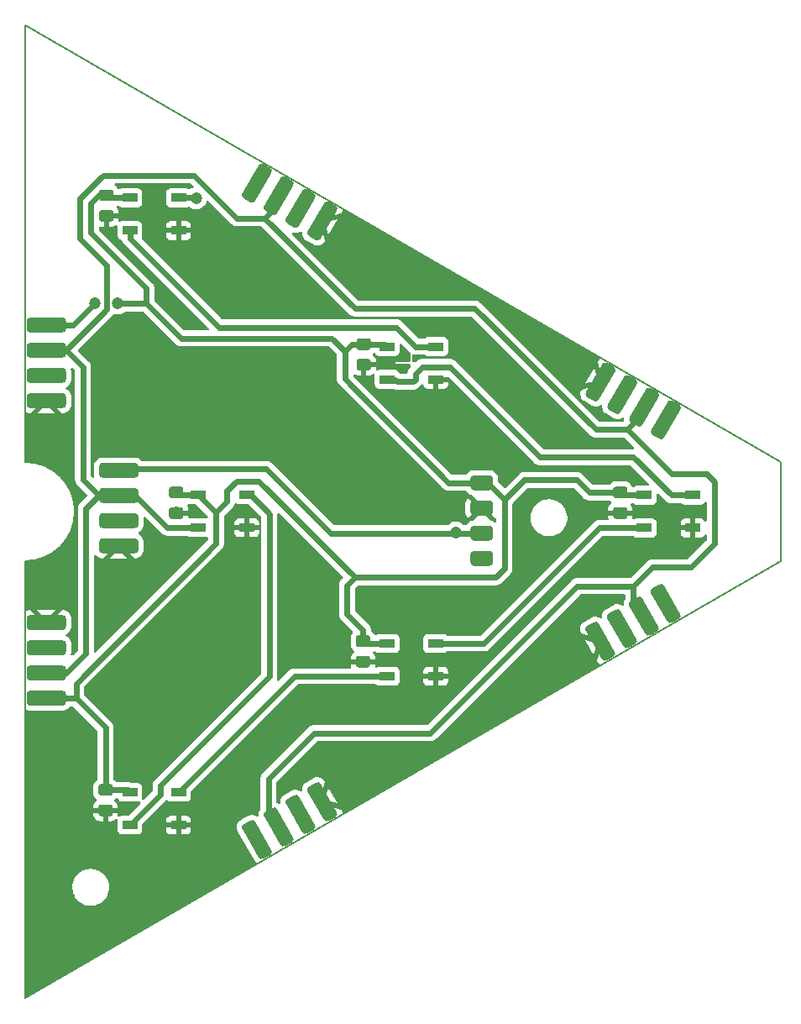
<source format=gbr>
G04 #@! TF.GenerationSoftware,KiCad,Pcbnew,7.0.11+1*
G04 #@! TF.ProjectId,makerspace_sign,6d616b65-7273-4706-9163-655f7369676e,rev?*
G04 #@! TF.SameCoordinates,Original*
G04 #@! TF.FileFunction,Copper,L1,Top*
G04 #@! TF.FilePolarity,Positive*
%FSLAX46Y46*%
G04 Gerber Fmt 4.6, Leading zero omitted, Abs format (unit mm)*
%MOMM*%
%LPD*%
G01*
G04 APERTURE LIST*
G04 #@! TA.AperFunction,Profile*
%ADD10C,0.200000*%
G04 #@! TD*
G04 #@! TA.AperFunction,SMDPad,CuDef*
%ADD11R,1.500000X0.900000*%
G04 #@! TD*
G04 #@! TA.AperFunction,ViaPad*
%ADD12C,1.200000*%
G04 #@! TD*
G04 #@! TA.AperFunction,Conductor*
%ADD13C,0.600000*%
G04 #@! TD*
G04 APERTURE END LIST*
D10*
X61975000Y-144375000D02*
X138185236Y-100375000D01*
X61975000Y-100375000D02*
G75*
G03*
X61975000Y-90375000I0J5000000D01*
G01*
X138185236Y-90375000D02*
X61975000Y-46375000D01*
X138185236Y-100375000D02*
X138185236Y-90375000D01*
X61975000Y-46375000D02*
X61975000Y-90375000D01*
X61975000Y-100375000D02*
X61975000Y-144375000D01*
G04 #@! TA.AperFunction,SMDPad,CuDef*
G36*
G01*
X73400000Y-98449000D02*
X73400000Y-99211000D01*
G75*
G02*
X73019000Y-99592000I-381000J0D01*
G01*
X69781000Y-99592000D01*
G75*
G02*
X69400000Y-99211000I0J381000D01*
G01*
X69400000Y-98449000D01*
G75*
G02*
X69781000Y-98068000I381000J0D01*
G01*
X73019000Y-98068000D01*
G75*
G02*
X73400000Y-98449000I0J-381000D01*
G01*
G37*
G04 #@! TD.AperFunction*
G04 #@! TA.AperFunction,SMDPad,CuDef*
G36*
G01*
X73400000Y-95909000D02*
X73400000Y-96671000D01*
G75*
G02*
X73019000Y-97052000I-381000J0D01*
G01*
X69781000Y-97052000D01*
G75*
G02*
X69400000Y-96671000I0J381000D01*
G01*
X69400000Y-95909000D01*
G75*
G02*
X69781000Y-95528000I381000J0D01*
G01*
X73019000Y-95528000D01*
G75*
G02*
X73400000Y-95909000I0J-381000D01*
G01*
G37*
G04 #@! TD.AperFunction*
G04 #@! TA.AperFunction,SMDPad,CuDef*
G36*
G01*
X73400000Y-93369000D02*
X73400000Y-94131000D01*
G75*
G02*
X73019000Y-94512000I-381000J0D01*
G01*
X69781000Y-94512000D01*
G75*
G02*
X69400000Y-94131000I0J381000D01*
G01*
X69400000Y-93369000D01*
G75*
G02*
X69781000Y-92988000I381000J0D01*
G01*
X73019000Y-92988000D01*
G75*
G02*
X73400000Y-93369000I0J-381000D01*
G01*
G37*
G04 #@! TD.AperFunction*
G04 #@! TA.AperFunction,SMDPad,CuDef*
G36*
G01*
X73400000Y-90829000D02*
X73400000Y-91591000D01*
G75*
G02*
X73019000Y-91972000I-381000J0D01*
G01*
X69781000Y-91972000D01*
G75*
G02*
X69400000Y-91591000I0J381000D01*
G01*
X69400000Y-90829000D01*
G75*
G02*
X69781000Y-90448000I381000J0D01*
G01*
X73019000Y-90448000D01*
G75*
G02*
X73400000Y-90829000I0J-381000D01*
G01*
G37*
G04 #@! TD.AperFunction*
G04 #@! TA.AperFunction,SMDPad,CuDef*
G36*
G01*
X106857000Y-92856000D02*
X106857000Y-92094000D01*
G75*
G02*
X107238000Y-91713000I381000J0D01*
G01*
X108762000Y-91713000D01*
G75*
G02*
X109143000Y-92094000I0J-381000D01*
G01*
X109143000Y-92856000D01*
G75*
G02*
X108762000Y-93237000I-381000J0D01*
G01*
X107238000Y-93237000D01*
G75*
G02*
X106857000Y-92856000I0J381000D01*
G01*
G37*
G04 #@! TD.AperFunction*
G04 #@! TA.AperFunction,SMDPad,CuDef*
G36*
G01*
X106857000Y-95396000D02*
X106857000Y-94634000D01*
G75*
G02*
X107238000Y-94253000I381000J0D01*
G01*
X108762000Y-94253000D01*
G75*
G02*
X109143000Y-94634000I0J-381000D01*
G01*
X109143000Y-95396000D01*
G75*
G02*
X108762000Y-95777000I-381000J0D01*
G01*
X107238000Y-95777000D01*
G75*
G02*
X106857000Y-95396000I0J381000D01*
G01*
G37*
G04 #@! TD.AperFunction*
G04 #@! TA.AperFunction,SMDPad,CuDef*
G36*
G01*
X106857000Y-97936000D02*
X106857000Y-97174000D01*
G75*
G02*
X107238000Y-96793000I381000J0D01*
G01*
X108762000Y-96793000D01*
G75*
G02*
X109143000Y-97174000I0J-381000D01*
G01*
X109143000Y-97936000D01*
G75*
G02*
X108762000Y-98317000I-381000J0D01*
G01*
X107238000Y-98317000D01*
G75*
G02*
X106857000Y-97936000I0J381000D01*
G01*
G37*
G04 #@! TD.AperFunction*
G04 #@! TA.AperFunction,SMDPad,CuDef*
G36*
G01*
X106857000Y-100476000D02*
X106857000Y-99714000D01*
G75*
G02*
X107238000Y-99333000I381000J0D01*
G01*
X108762000Y-99333000D01*
G75*
G02*
X109143000Y-99714000I0J-381000D01*
G01*
X109143000Y-100476000D01*
G75*
G02*
X108762000Y-100857000I-381000J0D01*
G01*
X107238000Y-100857000D01*
G75*
G02*
X106857000Y-100476000I0J381000D01*
G01*
G37*
G04 #@! TD.AperFunction*
G04 #@! TA.AperFunction,SMDPad,CuDef*
G36*
G01*
X84655547Y-64207551D02*
X83995635Y-63826551D01*
G75*
G02*
X83856179Y-63306095I190500J329956D01*
G01*
X85475179Y-60501905D01*
G75*
G02*
X85995635Y-60362449I329956J-190500D01*
G01*
X86655547Y-60743449D01*
G75*
G02*
X86795003Y-61263905I-190500J-329956D01*
G01*
X85176003Y-64068095D01*
G75*
G02*
X84655547Y-64207551I-329956J190500D01*
G01*
G37*
G04 #@! TD.AperFunction*
G04 #@! TA.AperFunction,SMDPad,CuDef*
G36*
G01*
X86855252Y-65477551D02*
X86195340Y-65096551D01*
G75*
G02*
X86055884Y-64576095I190500J329956D01*
G01*
X87674884Y-61771905D01*
G75*
G02*
X88195340Y-61632449I329956J-190500D01*
G01*
X88855252Y-62013449D01*
G75*
G02*
X88994708Y-62533905I-190500J-329956D01*
G01*
X87375708Y-65338095D01*
G75*
G02*
X86855252Y-65477551I-329956J190500D01*
G01*
G37*
G04 #@! TD.AperFunction*
G04 #@! TA.AperFunction,SMDPad,CuDef*
G36*
G01*
X89054956Y-66747551D02*
X88395044Y-66366551D01*
G75*
G02*
X88255588Y-65846095I190500J329956D01*
G01*
X89874588Y-63041905D01*
G75*
G02*
X90395044Y-62902449I329956J-190500D01*
G01*
X91054956Y-63283449D01*
G75*
G02*
X91194412Y-63803905I-190500J-329956D01*
G01*
X89575412Y-66608095D01*
G75*
G02*
X89054956Y-66747551I-329956J190500D01*
G01*
G37*
G04 #@! TD.AperFunction*
G04 #@! TA.AperFunction,SMDPad,CuDef*
G36*
G01*
X91254661Y-68017551D02*
X90594749Y-67636551D01*
G75*
G02*
X90455293Y-67116095I190500J329956D01*
G01*
X92074293Y-64311905D01*
G75*
G02*
X92594749Y-64172449I329956J-190500D01*
G01*
X93254661Y-64553449D01*
G75*
G02*
X93394117Y-65073905I-190500J-329956D01*
G01*
X91775117Y-67878095D01*
G75*
G02*
X91254661Y-68017551I-329956J190500D01*
G01*
G37*
G04 #@! TD.AperFunction*
G04 #@! TA.AperFunction,SMDPad,CuDef*
G36*
G01*
X121500000Y-92862500D02*
X122450000Y-92862500D01*
G75*
G02*
X122700000Y-93112500I0J-250000D01*
G01*
X122700000Y-93787500D01*
G75*
G02*
X122450000Y-94037500I-250000J0D01*
G01*
X121500000Y-94037500D01*
G75*
G02*
X121250000Y-93787500I0J250000D01*
G01*
X121250000Y-93112500D01*
G75*
G02*
X121500000Y-92862500I250000J0D01*
G01*
G37*
G04 #@! TD.AperFunction*
G04 #@! TA.AperFunction,SMDPad,CuDef*
G36*
G01*
X121500000Y-94937500D02*
X122450000Y-94937500D01*
G75*
G02*
X122700000Y-95187500I0J-250000D01*
G01*
X122700000Y-95862500D01*
G75*
G02*
X122450000Y-96112500I-250000J0D01*
G01*
X121500000Y-96112500D01*
G75*
G02*
X121250000Y-95862500I0J250000D01*
G01*
X121250000Y-95187500D01*
G75*
G02*
X121500000Y-94937500I250000J0D01*
G01*
G37*
G04 #@! TD.AperFunction*
D11*
X98450000Y-108675000D03*
X98450000Y-111975000D03*
X103350000Y-111975000D03*
X103350000Y-108675000D03*
X124400000Y-93725000D03*
X124400000Y-97025000D03*
X129300000Y-97025000D03*
X129300000Y-93725000D03*
G04 #@! TA.AperFunction,SMDPad,CuDef*
G36*
G01*
X127244749Y-84197449D02*
X127904661Y-84578449D01*
G75*
G02*
X128044117Y-85098905I-190500J-329956D01*
G01*
X126425117Y-87903095D01*
G75*
G02*
X125904661Y-88042551I-329956J190500D01*
G01*
X125244749Y-87661551D01*
G75*
G02*
X125105293Y-87141095I190500J329956D01*
G01*
X126724293Y-84336905D01*
G75*
G02*
X127244749Y-84197449I329956J-190500D01*
G01*
G37*
G04 #@! TD.AperFunction*
G04 #@! TA.AperFunction,SMDPad,CuDef*
G36*
G01*
X125045044Y-82927449D02*
X125704956Y-83308449D01*
G75*
G02*
X125844412Y-83828905I-190500J-329956D01*
G01*
X124225412Y-86633095D01*
G75*
G02*
X123704956Y-86772551I-329956J190500D01*
G01*
X123045044Y-86391551D01*
G75*
G02*
X122905588Y-85871095I190500J329956D01*
G01*
X124524588Y-83066905D01*
G75*
G02*
X125045044Y-82927449I329956J-190500D01*
G01*
G37*
G04 #@! TD.AperFunction*
G04 #@! TA.AperFunction,SMDPad,CuDef*
G36*
G01*
X122845340Y-81657449D02*
X123505252Y-82038449D01*
G75*
G02*
X123644708Y-82558905I-190500J-329956D01*
G01*
X122025708Y-85363095D01*
G75*
G02*
X121505252Y-85502551I-329956J190500D01*
G01*
X120845340Y-85121551D01*
G75*
G02*
X120705884Y-84601095I190500J329956D01*
G01*
X122324884Y-81796905D01*
G75*
G02*
X122845340Y-81657449I329956J-190500D01*
G01*
G37*
G04 #@! TD.AperFunction*
G04 #@! TA.AperFunction,SMDPad,CuDef*
G36*
G01*
X120645635Y-80387449D02*
X121305547Y-80768449D01*
G75*
G02*
X121445003Y-81288905I-190500J-329956D01*
G01*
X119826003Y-84093095D01*
G75*
G02*
X119305547Y-84232551I-329956J190500D01*
G01*
X118645635Y-83851551D01*
G75*
G02*
X118506179Y-83331095I190500J329956D01*
G01*
X120125179Y-80526905D01*
G75*
G02*
X120645635Y-80387449I329956J-190500D01*
G01*
G37*
G04 #@! TD.AperFunction*
X98475000Y-78750000D03*
X98475000Y-82050000D03*
X103375000Y-82050000D03*
X103375000Y-78750000D03*
X72525000Y-63750000D03*
X72525000Y-67050000D03*
X77425000Y-67050000D03*
X77425000Y-63750000D03*
G04 #@! TA.AperFunction,SMDPad,CuDef*
G36*
G01*
X66100000Y-113809000D02*
X66100000Y-114571000D01*
G75*
G02*
X65719000Y-114952000I-381000J0D01*
G01*
X62481000Y-114952000D01*
G75*
G02*
X62100000Y-114571000I0J381000D01*
G01*
X62100000Y-113809000D01*
G75*
G02*
X62481000Y-113428000I381000J0D01*
G01*
X65719000Y-113428000D01*
G75*
G02*
X66100000Y-113809000I0J-381000D01*
G01*
G37*
G04 #@! TD.AperFunction*
G04 #@! TA.AperFunction,SMDPad,CuDef*
G36*
G01*
X66100000Y-111269000D02*
X66100000Y-112031000D01*
G75*
G02*
X65719000Y-112412000I-381000J0D01*
G01*
X62481000Y-112412000D01*
G75*
G02*
X62100000Y-112031000I0J381000D01*
G01*
X62100000Y-111269000D01*
G75*
G02*
X62481000Y-110888000I381000J0D01*
G01*
X65719000Y-110888000D01*
G75*
G02*
X66100000Y-111269000I0J-381000D01*
G01*
G37*
G04 #@! TD.AperFunction*
G04 #@! TA.AperFunction,SMDPad,CuDef*
G36*
G01*
X66100000Y-108729000D02*
X66100000Y-109491000D01*
G75*
G02*
X65719000Y-109872000I-381000J0D01*
G01*
X62481000Y-109872000D01*
G75*
G02*
X62100000Y-109491000I0J381000D01*
G01*
X62100000Y-108729000D01*
G75*
G02*
X62481000Y-108348000I381000J0D01*
G01*
X65719000Y-108348000D01*
G75*
G02*
X66100000Y-108729000I0J-381000D01*
G01*
G37*
G04 #@! TD.AperFunction*
G04 #@! TA.AperFunction,SMDPad,CuDef*
G36*
G01*
X66100000Y-106189000D02*
X66100000Y-106951000D01*
G75*
G02*
X65719000Y-107332000I-381000J0D01*
G01*
X62481000Y-107332000D01*
G75*
G02*
X62100000Y-106951000I0J381000D01*
G01*
X62100000Y-106189000D01*
G75*
G02*
X62481000Y-105808000I381000J0D01*
G01*
X65719000Y-105808000D01*
G75*
G02*
X66100000Y-106189000I0J-381000D01*
G01*
G37*
G04 #@! TD.AperFunction*
G04 #@! TA.AperFunction,SMDPad,CuDef*
G36*
G01*
X125220044Y-103108449D02*
X125879956Y-102727449D01*
G75*
G02*
X126400412Y-102866905I190500J-329956D01*
G01*
X128019412Y-105671095D01*
G75*
G02*
X127879956Y-106191551I-329956J-190500D01*
G01*
X127220044Y-106572551D01*
G75*
G02*
X126699588Y-106433095I-190500J329956D01*
G01*
X125080588Y-103628905D01*
G75*
G02*
X125220044Y-103108449I329956J190500D01*
G01*
G37*
G04 #@! TD.AperFunction*
G04 #@! TA.AperFunction,SMDPad,CuDef*
G36*
G01*
X123020339Y-104378449D02*
X123680251Y-103997449D01*
G75*
G02*
X124200707Y-104136905I190500J-329956D01*
G01*
X125819707Y-106941095D01*
G75*
G02*
X125680251Y-107461551I-329956J-190500D01*
G01*
X125020339Y-107842551D01*
G75*
G02*
X124499883Y-107703095I-190500J329956D01*
G01*
X122880883Y-104898905D01*
G75*
G02*
X123020339Y-104378449I329956J190500D01*
G01*
G37*
G04 #@! TD.AperFunction*
G04 #@! TA.AperFunction,SMDPad,CuDef*
G36*
G01*
X120820635Y-105648449D02*
X121480547Y-105267449D01*
G75*
G02*
X122001003Y-105406905I190500J-329956D01*
G01*
X123620003Y-108211095D01*
G75*
G02*
X123480547Y-108731551I-329956J-190500D01*
G01*
X122820635Y-109112551D01*
G75*
G02*
X122300179Y-108973095I-190500J329956D01*
G01*
X120681179Y-106168905D01*
G75*
G02*
X120820635Y-105648449I329956J190500D01*
G01*
G37*
G04 #@! TD.AperFunction*
G04 #@! TA.AperFunction,SMDPad,CuDef*
G36*
G01*
X118620930Y-106918449D02*
X119280842Y-106537449D01*
G75*
G02*
X119801298Y-106676905I190500J-329956D01*
G01*
X121420298Y-109481095D01*
G75*
G02*
X121280842Y-110001551I-329956J-190500D01*
G01*
X120620930Y-110382551D01*
G75*
G02*
X120100474Y-110243095I-190500J329956D01*
G01*
X118481474Y-107438905D01*
G75*
G02*
X118620930Y-106918449I329956J190500D01*
G01*
G37*
G04 #@! TD.AperFunction*
G04 #@! TA.AperFunction,SMDPad,CuDef*
G36*
G01*
X62100000Y-76956000D02*
X62100000Y-76194000D01*
G75*
G02*
X62481000Y-75813000I381000J0D01*
G01*
X65719000Y-75813000D01*
G75*
G02*
X66100000Y-76194000I0J-381000D01*
G01*
X66100000Y-76956000D01*
G75*
G02*
X65719000Y-77337000I-381000J0D01*
G01*
X62481000Y-77337000D01*
G75*
G02*
X62100000Y-76956000I0J381000D01*
G01*
G37*
G04 #@! TD.AperFunction*
G04 #@! TA.AperFunction,SMDPad,CuDef*
G36*
G01*
X62100000Y-79496000D02*
X62100000Y-78734000D01*
G75*
G02*
X62481000Y-78353000I381000J0D01*
G01*
X65719000Y-78353000D01*
G75*
G02*
X66100000Y-78734000I0J-381000D01*
G01*
X66100000Y-79496000D01*
G75*
G02*
X65719000Y-79877000I-381000J0D01*
G01*
X62481000Y-79877000D01*
G75*
G02*
X62100000Y-79496000I0J381000D01*
G01*
G37*
G04 #@! TD.AperFunction*
G04 #@! TA.AperFunction,SMDPad,CuDef*
G36*
G01*
X62100000Y-82036000D02*
X62100000Y-81274000D01*
G75*
G02*
X62481000Y-80893000I381000J0D01*
G01*
X65719000Y-80893000D01*
G75*
G02*
X66100000Y-81274000I0J-381000D01*
G01*
X66100000Y-82036000D01*
G75*
G02*
X65719000Y-82417000I-381000J0D01*
G01*
X62481000Y-82417000D01*
G75*
G02*
X62100000Y-82036000I0J381000D01*
G01*
G37*
G04 #@! TD.AperFunction*
G04 #@! TA.AperFunction,SMDPad,CuDef*
G36*
G01*
X62100000Y-84576000D02*
X62100000Y-83814000D01*
G75*
G02*
X62481000Y-83433000I381000J0D01*
G01*
X65719000Y-83433000D01*
G75*
G02*
X66100000Y-83814000I0J-381000D01*
G01*
X66100000Y-84576000D01*
G75*
G02*
X65719000Y-84957000I-381000J0D01*
G01*
X62481000Y-84957000D01*
G75*
G02*
X62100000Y-84576000I0J381000D01*
G01*
G37*
G04 #@! TD.AperFunction*
X72525000Y-123675000D03*
X72525000Y-126975000D03*
X77425000Y-126975000D03*
X77425000Y-123675000D03*
G04 #@! TA.AperFunction,SMDPad,CuDef*
G36*
G01*
X86655547Y-129981551D02*
X85995635Y-130362551D01*
G75*
G02*
X85475179Y-130223095I-190500J329956D01*
G01*
X83856179Y-127418905D01*
G75*
G02*
X83995635Y-126898449I329956J190500D01*
G01*
X84655547Y-126517449D01*
G75*
G02*
X85176003Y-126656905I190500J-329956D01*
G01*
X86795003Y-129461095D01*
G75*
G02*
X86655547Y-129981551I-329956J-190500D01*
G01*
G37*
G04 #@! TD.AperFunction*
G04 #@! TA.AperFunction,SMDPad,CuDef*
G36*
G01*
X88855252Y-128711551D02*
X88195340Y-129092551D01*
G75*
G02*
X87674884Y-128953095I-190500J329956D01*
G01*
X86055884Y-126148905D01*
G75*
G02*
X86195340Y-125628449I329956J190500D01*
G01*
X86855252Y-125247449D01*
G75*
G02*
X87375708Y-125386905I190500J-329956D01*
G01*
X88994708Y-128191095D01*
G75*
G02*
X88855252Y-128711551I-329956J-190500D01*
G01*
G37*
G04 #@! TD.AperFunction*
G04 #@! TA.AperFunction,SMDPad,CuDef*
G36*
G01*
X91054956Y-127441551D02*
X90395044Y-127822551D01*
G75*
G02*
X89874588Y-127683095I-190500J329956D01*
G01*
X88255588Y-124878905D01*
G75*
G02*
X88395044Y-124358449I329956J190500D01*
G01*
X89054956Y-123977449D01*
G75*
G02*
X89575412Y-124116905I190500J-329956D01*
G01*
X91194412Y-126921095D01*
G75*
G02*
X91054956Y-127441551I-329956J-190500D01*
G01*
G37*
G04 #@! TD.AperFunction*
G04 #@! TA.AperFunction,SMDPad,CuDef*
G36*
G01*
X93254661Y-126171551D02*
X92594749Y-126552551D01*
G75*
G02*
X92074293Y-126413095I-190500J329956D01*
G01*
X90455293Y-123608905D01*
G75*
G02*
X90594749Y-123088449I329956J190500D01*
G01*
X91254661Y-122707449D01*
G75*
G02*
X91775117Y-122846905I190500J-329956D01*
G01*
X93394117Y-125651095D01*
G75*
G02*
X93254661Y-126171551I-329956J-190500D01*
G01*
G37*
G04 #@! TD.AperFunction*
G04 #@! TA.AperFunction,SMDPad,CuDef*
G36*
G01*
X95550000Y-107837500D02*
X96500000Y-107837500D01*
G75*
G02*
X96750000Y-108087500I0J-250000D01*
G01*
X96750000Y-108762500D01*
G75*
G02*
X96500000Y-109012500I-250000J0D01*
G01*
X95550000Y-109012500D01*
G75*
G02*
X95300000Y-108762500I0J250000D01*
G01*
X95300000Y-108087500D01*
G75*
G02*
X95550000Y-107837500I250000J0D01*
G01*
G37*
G04 #@! TD.AperFunction*
G04 #@! TA.AperFunction,SMDPad,CuDef*
G36*
G01*
X95550000Y-109912500D02*
X96500000Y-109912500D01*
G75*
G02*
X96750000Y-110162500I0J-250000D01*
G01*
X96750000Y-110837500D01*
G75*
G02*
X96500000Y-111087500I-250000J0D01*
G01*
X95550000Y-111087500D01*
G75*
G02*
X95300000Y-110837500I0J250000D01*
G01*
X95300000Y-110162500D01*
G75*
G02*
X95550000Y-109912500I250000J0D01*
G01*
G37*
G04 #@! TD.AperFunction*
G04 #@! TA.AperFunction,SMDPad,CuDef*
G36*
G01*
X69675000Y-62912500D02*
X70625000Y-62912500D01*
G75*
G02*
X70875000Y-63162500I0J-250000D01*
G01*
X70875000Y-63837500D01*
G75*
G02*
X70625000Y-64087500I-250000J0D01*
G01*
X69675000Y-64087500D01*
G75*
G02*
X69425000Y-63837500I0J250000D01*
G01*
X69425000Y-63162500D01*
G75*
G02*
X69675000Y-62912500I250000J0D01*
G01*
G37*
G04 #@! TD.AperFunction*
G04 #@! TA.AperFunction,SMDPad,CuDef*
G36*
G01*
X69675000Y-64987500D02*
X70625000Y-64987500D01*
G75*
G02*
X70875000Y-65237500I0J-250000D01*
G01*
X70875000Y-65912500D01*
G75*
G02*
X70625000Y-66162500I-250000J0D01*
G01*
X69675000Y-66162500D01*
G75*
G02*
X69425000Y-65912500I0J250000D01*
G01*
X69425000Y-65237500D01*
G75*
G02*
X69675000Y-64987500I250000J0D01*
G01*
G37*
G04 #@! TD.AperFunction*
X79400000Y-93700000D03*
X79400000Y-97000000D03*
X84300000Y-97000000D03*
X84300000Y-93700000D03*
G04 #@! TA.AperFunction,SMDPad,CuDef*
G36*
G01*
X69600000Y-122837500D02*
X70550000Y-122837500D01*
G75*
G02*
X70800000Y-123087500I0J-250000D01*
G01*
X70800000Y-123762500D01*
G75*
G02*
X70550000Y-124012500I-250000J0D01*
G01*
X69600000Y-124012500D01*
G75*
G02*
X69350000Y-123762500I0J250000D01*
G01*
X69350000Y-123087500D01*
G75*
G02*
X69600000Y-122837500I250000J0D01*
G01*
G37*
G04 #@! TD.AperFunction*
G04 #@! TA.AperFunction,SMDPad,CuDef*
G36*
G01*
X69600000Y-124912500D02*
X70550000Y-124912500D01*
G75*
G02*
X70800000Y-125162500I0J-250000D01*
G01*
X70800000Y-125837500D01*
G75*
G02*
X70550000Y-126087500I-250000J0D01*
G01*
X69600000Y-126087500D01*
G75*
G02*
X69350000Y-125837500I0J250000D01*
G01*
X69350000Y-125162500D01*
G75*
G02*
X69600000Y-124912500I250000J0D01*
G01*
G37*
G04 #@! TD.AperFunction*
G04 #@! TA.AperFunction,SMDPad,CuDef*
G36*
G01*
X95625000Y-77912500D02*
X96575000Y-77912500D01*
G75*
G02*
X96825000Y-78162500I0J-250000D01*
G01*
X96825000Y-78837500D01*
G75*
G02*
X96575000Y-79087500I-250000J0D01*
G01*
X95625000Y-79087500D01*
G75*
G02*
X95375000Y-78837500I0J250000D01*
G01*
X95375000Y-78162500D01*
G75*
G02*
X95625000Y-77912500I250000J0D01*
G01*
G37*
G04 #@! TD.AperFunction*
G04 #@! TA.AperFunction,SMDPad,CuDef*
G36*
G01*
X95625000Y-79987500D02*
X96575000Y-79987500D01*
G75*
G02*
X96825000Y-80237500I0J-250000D01*
G01*
X96825000Y-80912500D01*
G75*
G02*
X96575000Y-81162500I-250000J0D01*
G01*
X95625000Y-81162500D01*
G75*
G02*
X95375000Y-80912500I0J250000D01*
G01*
X95375000Y-80237500D01*
G75*
G02*
X95625000Y-79987500I250000J0D01*
G01*
G37*
G04 #@! TD.AperFunction*
G04 #@! TA.AperFunction,SMDPad,CuDef*
G36*
G01*
X76725000Y-92862500D02*
X77675000Y-92862500D01*
G75*
G02*
X77925000Y-93112500I0J-250000D01*
G01*
X77925000Y-93787500D01*
G75*
G02*
X77675000Y-94037500I-250000J0D01*
G01*
X76725000Y-94037500D01*
G75*
G02*
X76475000Y-93787500I0J250000D01*
G01*
X76475000Y-93112500D01*
G75*
G02*
X76725000Y-92862500I250000J0D01*
G01*
G37*
G04 #@! TD.AperFunction*
G04 #@! TA.AperFunction,SMDPad,CuDef*
G36*
G01*
X76725000Y-94937500D02*
X77675000Y-94937500D01*
G75*
G02*
X77925000Y-95187500I0J-250000D01*
G01*
X77925000Y-95862500D01*
G75*
G02*
X77675000Y-96112500I-250000J0D01*
G01*
X76725000Y-96112500D01*
G75*
G02*
X76475000Y-95862500I0J250000D01*
G01*
X76475000Y-95187500D01*
G75*
G02*
X76725000Y-94937500I250000J0D01*
G01*
G37*
G04 #@! TD.AperFunction*
D12*
X69000000Y-74400000D03*
X71300000Y-74400000D03*
X116600000Y-111400000D03*
X81300000Y-102300000D03*
X127400000Y-99200000D03*
X63300000Y-87000000D03*
X128900000Y-99200000D03*
X82800000Y-102300000D03*
X77400000Y-98800000D03*
X101200000Y-86000000D03*
X102600000Y-95600000D03*
X75900000Y-98800000D03*
X115600000Y-88100000D03*
X77200000Y-95500000D03*
X102600000Y-86000000D03*
X63300000Y-88600000D03*
X118100000Y-110500000D03*
X102600000Y-94200000D03*
X117100000Y-88100000D03*
X105400000Y-97500000D03*
X84700000Y-63100000D03*
X84600000Y-127200000D03*
X126000000Y-87200000D03*
X125900000Y-103500000D03*
X121500000Y-106100000D03*
X79200000Y-63800000D03*
X65400000Y-109100000D03*
X121600000Y-84800000D03*
X72700000Y-96200000D03*
X89100000Y-124700000D03*
X65300000Y-81600000D03*
X89000000Y-66000000D03*
D13*
X110300000Y-101100000D02*
X110300000Y-94200000D01*
X68600000Y-64300000D02*
X69400000Y-63500000D01*
X74200000Y-74400000D02*
X73500000Y-74400000D01*
X92900000Y-77900000D02*
X77700000Y-77900000D01*
X94200000Y-82000000D02*
X94200000Y-79200000D01*
X66825000Y-76575000D02*
X69000000Y-74400000D01*
X109400000Y-102000000D02*
X110300000Y-101100000D01*
X96100000Y-78500000D02*
X98225000Y-78500000D01*
X74200000Y-74400000D02*
X74200000Y-72900000D01*
X81200000Y-95500000D02*
X82300000Y-94400000D01*
X82300000Y-94400000D02*
X82300000Y-93300000D01*
X72275000Y-123425000D02*
X72525000Y-123675000D01*
X95200000Y-102000000D02*
X98000000Y-102000000D01*
X81200000Y-98600000D02*
X81200000Y-95500000D01*
X122250000Y-93725000D02*
X121975000Y-93450000D01*
X71300000Y-74400000D02*
X73500000Y-74400000D01*
X70075000Y-123425000D02*
X72275000Y-123425000D01*
X77700000Y-77900000D02*
X74200000Y-74400000D01*
X121975000Y-93450000D02*
X118850000Y-93450000D01*
X67090000Y-114190000D02*
X64100000Y-114190000D01*
X96275000Y-108675000D02*
X96025000Y-108425000D01*
X70400000Y-63750000D02*
X70150000Y-63500000D01*
X104675000Y-92475000D02*
X94200000Y-82000000D01*
X79400000Y-93700000D02*
X77450000Y-93700000D01*
X98000000Y-102000000D02*
X109400000Y-102000000D01*
X94200000Y-79200000D02*
X92900000Y-77900000D01*
X118850000Y-93450000D02*
X117600000Y-92200000D01*
X98450000Y-108675000D02*
X96275000Y-108675000D01*
X77450000Y-93700000D02*
X77200000Y-93450000D01*
X69400000Y-63500000D02*
X70150000Y-63500000D01*
X94400000Y-105700000D02*
X94400000Y-102800000D01*
X124400000Y-93725000D02*
X122250000Y-93725000D01*
X94400000Y-102800000D02*
X95200000Y-102000000D01*
X108000000Y-92475000D02*
X104675000Y-92475000D01*
X96025000Y-107325000D02*
X94400000Y-105700000D01*
X94900000Y-78500000D02*
X96100000Y-78500000D01*
X110300000Y-94200000D02*
X108575000Y-92475000D01*
X68600000Y-67300000D02*
X68600000Y-64300000D01*
X64100000Y-76575000D02*
X66825000Y-76575000D01*
X67090000Y-114190000D02*
X67090000Y-112710000D01*
X70075000Y-117175000D02*
X67090000Y-114190000D01*
X112300000Y-92200000D02*
X110300000Y-94200000D01*
X72525000Y-63750000D02*
X70400000Y-63750000D01*
X108575000Y-92475000D02*
X108000000Y-92475000D01*
X83300000Y-92300000D02*
X85500000Y-92300000D01*
X74200000Y-72900000D02*
X68600000Y-67300000D01*
X98225000Y-78500000D02*
X98475000Y-78750000D01*
X67090000Y-112710000D02*
X81200000Y-98600000D01*
X96025000Y-108425000D02*
X96025000Y-107325000D01*
X117600000Y-92200000D02*
X112300000Y-92200000D01*
X82300000Y-93300000D02*
X83300000Y-92300000D01*
X70075000Y-123425000D02*
X70075000Y-117175000D01*
X81200000Y-95500000D02*
X79400000Y-93700000D01*
X94200000Y-79200000D02*
X94900000Y-78500000D01*
X85500000Y-92300000D02*
X95200000Y-102000000D01*
X92755000Y-97555000D02*
X105345000Y-97555000D01*
X105455000Y-97555000D02*
X108000000Y-97555000D01*
X105345000Y-97555000D02*
X105400000Y-97500000D01*
X71400000Y-91210000D02*
X71510000Y-91100000D01*
X86300000Y-91100000D02*
X92755000Y-97555000D01*
X71510000Y-91100000D02*
X86300000Y-91100000D01*
X105400000Y-97500000D02*
X105455000Y-97555000D01*
X81500000Y-76800000D02*
X99400000Y-76800000D01*
X72525000Y-67825000D02*
X81500000Y-76800000D01*
X101350000Y-78750000D02*
X103375000Y-78750000D01*
X99400000Y-76800000D02*
X101350000Y-78750000D01*
X72525000Y-67050000D02*
X72525000Y-67825000D01*
X77425000Y-63750000D02*
X79150000Y-63750000D01*
X79150000Y-63750000D02*
X79200000Y-63800000D01*
X102000000Y-80800000D02*
X104800000Y-80800000D01*
X127125000Y-93725000D02*
X129300000Y-93725000D01*
X101071120Y-82298503D02*
X101305435Y-82064188D01*
X123300000Y-89900000D02*
X127125000Y-93725000D01*
X98475000Y-82050000D02*
X99255435Y-82050000D01*
X99255435Y-82050000D02*
X99503938Y-82298503D01*
X113900000Y-89900000D02*
X123300000Y-89900000D01*
X101305435Y-82064188D02*
X101305435Y-81494565D01*
X101305435Y-81494565D02*
X102000000Y-80800000D01*
X104800000Y-80800000D02*
X113900000Y-89900000D01*
X99503938Y-82298503D02*
X101071120Y-82298503D01*
X119875000Y-97025000D02*
X108225000Y-108675000D01*
X124400000Y-97025000D02*
X119875000Y-97025000D01*
X108225000Y-108675000D02*
X103350000Y-108675000D01*
X89125000Y-111975000D02*
X77425000Y-123675000D01*
X98450000Y-111975000D02*
X89125000Y-111975000D01*
X70200000Y-75015000D02*
X70200000Y-70600000D01*
X124375000Y-85425000D02*
X124375000Y-84850000D01*
X71400000Y-93750000D02*
X69400000Y-93750000D01*
X66100000Y-79115000D02*
X70200000Y-75015000D01*
X68100000Y-109650000D02*
X66100000Y-111650000D01*
X125200000Y-101000000D02*
X123300000Y-102900000D01*
X119500000Y-87100000D02*
X122700000Y-87100000D01*
X67500000Y-67900000D02*
X67500000Y-63800000D01*
X95200000Y-74900000D02*
X107300000Y-74900000D01*
X86500000Y-122300000D02*
X86500000Y-126144704D01*
X86100000Y-65800000D02*
X95200000Y-74900000D01*
X129100000Y-101000000D02*
X125200000Y-101000000D01*
X131500000Y-98600000D02*
X129100000Y-101000000D01*
X131500000Y-92400000D02*
X131500000Y-98600000D01*
X67500000Y-63800000D02*
X69800000Y-61500000D01*
X69800000Y-61500000D02*
X79000000Y-61500000D01*
X79000000Y-61500000D02*
X83300000Y-65800000D01*
X66100000Y-111650000D02*
X64100000Y-111650000D01*
X123300000Y-104869705D02*
X124350295Y-105920000D01*
X123300000Y-102900000D02*
X123300000Y-104869705D01*
X70200000Y-70600000D02*
X67500000Y-67900000D01*
X69400000Y-93750000D02*
X68100000Y-95050000D01*
X130700000Y-91600000D02*
X131500000Y-92400000D01*
X83300000Y-65800000D02*
X86100000Y-65800000D01*
X122700000Y-87100000D02*
X127200000Y-91600000D01*
X87525296Y-64374704D02*
X87525296Y-63555000D01*
X76300000Y-97000000D02*
X73050000Y-93750000D01*
X123300000Y-102900000D02*
X117600000Y-102900000D01*
X66100000Y-79115000D02*
X64100000Y-79115000D01*
X102800000Y-117700000D02*
X91100000Y-117700000D01*
X67800000Y-80815000D02*
X66100000Y-79115000D01*
X68100000Y-95050000D02*
X68100000Y-109650000D01*
X122700000Y-87100000D02*
X124375000Y-85425000D01*
X73050000Y-93750000D02*
X71400000Y-93750000D01*
X86500000Y-126144704D02*
X87525296Y-127170000D01*
X117600000Y-102900000D02*
X102800000Y-117700000D01*
X91100000Y-117700000D02*
X86500000Y-122300000D01*
X67800000Y-92150000D02*
X67800000Y-80815000D01*
X127200000Y-91600000D02*
X130700000Y-91600000D01*
X86100000Y-65800000D02*
X87525296Y-64374704D01*
X69400000Y-93750000D02*
X67800000Y-92150000D01*
X79400000Y-97000000D02*
X76300000Y-97000000D01*
X107300000Y-74900000D02*
X119500000Y-87100000D01*
X84700000Y-93700000D02*
X84300000Y-93700000D01*
X75600000Y-123900000D02*
X75600000Y-123000000D01*
X86600000Y-112000000D02*
X86600000Y-95600000D01*
X86600000Y-95600000D02*
X84700000Y-93700000D01*
X72525000Y-126975000D02*
X75600000Y-123900000D01*
X75600000Y-123000000D02*
X86600000Y-112000000D01*
G04 #@! TA.AperFunction,Conductor*
G36*
X117284099Y-93020185D02*
G01*
X117304741Y-93036819D01*
X118220184Y-93952262D01*
X118347738Y-94079816D01*
X118383089Y-94102028D01*
X118388765Y-94106055D01*
X118421411Y-94132090D01*
X118421412Y-94132091D01*
X118442548Y-94142269D01*
X118459035Y-94150208D01*
X118465112Y-94153567D01*
X118482230Y-94164323D01*
X118500477Y-94175789D01*
X118539891Y-94189581D01*
X118546320Y-94192244D01*
X118583941Y-94210361D01*
X118624641Y-94219650D01*
X118631328Y-94221576D01*
X118670742Y-94235367D01*
X118670745Y-94235368D01*
X118712241Y-94240043D01*
X118719093Y-94241207D01*
X118759806Y-94250500D01*
X118805046Y-94250500D01*
X120850270Y-94250500D01*
X120917309Y-94270185D01*
X120937951Y-94286819D01*
X121031344Y-94380212D01*
X121034173Y-94381957D01*
X121034653Y-94382253D01*
X121036445Y-94384246D01*
X121037011Y-94384693D01*
X121036934Y-94384789D01*
X121081379Y-94434199D01*
X121092603Y-94503161D01*
X121064761Y-94567244D01*
X121034665Y-94593326D01*
X121031660Y-94595179D01*
X121031655Y-94595183D01*
X120907684Y-94719154D01*
X120815643Y-94868375D01*
X120815641Y-94868380D01*
X120760494Y-95034802D01*
X120760493Y-95034809D01*
X120750000Y-95137513D01*
X120750000Y-95275000D01*
X123199999Y-95275000D01*
X123199999Y-95137528D01*
X123199998Y-95137513D01*
X123189505Y-95034802D01*
X123134358Y-94868380D01*
X123134353Y-94868369D01*
X123039505Y-94714597D01*
X123021064Y-94647205D01*
X123041986Y-94580541D01*
X123095628Y-94535771D01*
X123145043Y-94525500D01*
X123241769Y-94525500D01*
X123308808Y-94545185D01*
X123316080Y-94550233D01*
X123374269Y-94593793D01*
X123406755Y-94618112D01*
X123407668Y-94618795D01*
X123407671Y-94618797D01*
X123542517Y-94669091D01*
X123542516Y-94669091D01*
X123549444Y-94669835D01*
X123602127Y-94675500D01*
X125197872Y-94675499D01*
X125257483Y-94669091D01*
X125392331Y-94618796D01*
X125507546Y-94532546D01*
X125593796Y-94417331D01*
X125644091Y-94282483D01*
X125650500Y-94222873D01*
X125650499Y-93681937D01*
X125670183Y-93614900D01*
X125722987Y-93569145D01*
X125792146Y-93559201D01*
X125855702Y-93588226D01*
X125862180Y-93594258D01*
X126622739Y-94354817D01*
X126632501Y-94360951D01*
X126658095Y-94377032D01*
X126663755Y-94381048D01*
X126696413Y-94407092D01*
X126734054Y-94425218D01*
X126740116Y-94428569D01*
X126766637Y-94445233D01*
X126775474Y-94450787D01*
X126775475Y-94450787D01*
X126775478Y-94450789D01*
X126814881Y-94464576D01*
X126821310Y-94467239D01*
X126831849Y-94472314D01*
X126858939Y-94485360D01*
X126899655Y-94494653D01*
X126906328Y-94496576D01*
X126933862Y-94506210D01*
X126945745Y-94510368D01*
X126987241Y-94515043D01*
X126994093Y-94516207D01*
X127034806Y-94525500D01*
X127080046Y-94525500D01*
X128141769Y-94525500D01*
X128208808Y-94545185D01*
X128216080Y-94550233D01*
X128274269Y-94593793D01*
X128306755Y-94618112D01*
X128307668Y-94618795D01*
X128307671Y-94618797D01*
X128442517Y-94669091D01*
X128442516Y-94669091D01*
X128449444Y-94669835D01*
X128502127Y-94675500D01*
X130097872Y-94675499D01*
X130157483Y-94669091D01*
X130292331Y-94618796D01*
X130407546Y-94532546D01*
X130476234Y-94440789D01*
X130532167Y-94398920D01*
X130601859Y-94393936D01*
X130663182Y-94427421D01*
X130696666Y-94488745D01*
X130699500Y-94515102D01*
X130699500Y-96235730D01*
X130679815Y-96302769D01*
X130627011Y-96348524D01*
X130557853Y-96358468D01*
X130494297Y-96329443D01*
X130476234Y-96310042D01*
X130407187Y-96217809D01*
X130292093Y-96131649D01*
X130292086Y-96131645D01*
X130157379Y-96081403D01*
X130157372Y-96081401D01*
X130097844Y-96075000D01*
X129550000Y-96075000D01*
X129550000Y-97975000D01*
X130097828Y-97975000D01*
X130097844Y-97974999D01*
X130157372Y-97968598D01*
X130157379Y-97968596D01*
X130292086Y-97918354D01*
X130292093Y-97918350D01*
X130407187Y-97832190D01*
X130407190Y-97832187D01*
X130476234Y-97739958D01*
X130532168Y-97698087D01*
X130601859Y-97693103D01*
X130663182Y-97726589D01*
X130696666Y-97787912D01*
X130699500Y-97814269D01*
X130699500Y-98217060D01*
X130679815Y-98284099D01*
X130663181Y-98304741D01*
X128804741Y-100163181D01*
X128743418Y-100196666D01*
X128717060Y-100199500D01*
X125290194Y-100199500D01*
X125109806Y-100199500D01*
X125103888Y-100200850D01*
X125069089Y-100208791D01*
X125062235Y-100209955D01*
X125020743Y-100214632D01*
X124981339Y-100228419D01*
X124974658Y-100230344D01*
X124933935Y-100239641D01*
X124896308Y-100257759D01*
X124889885Y-100260420D01*
X124850481Y-100274210D01*
X124850475Y-100274212D01*
X124815122Y-100296425D01*
X124809036Y-100299789D01*
X124771414Y-100317907D01*
X124738768Y-100343941D01*
X124733097Y-100347965D01*
X124697734Y-100370186D01*
X124697733Y-100370187D01*
X124681216Y-100386706D01*
X124665748Y-100402174D01*
X123833622Y-101234300D01*
X123004741Y-102063181D01*
X122943418Y-102096666D01*
X122917060Y-102099500D01*
X117690194Y-102099500D01*
X117509806Y-102099500D01*
X117503888Y-102100850D01*
X117469089Y-102108791D01*
X117462235Y-102109955D01*
X117420743Y-102114632D01*
X117381339Y-102128419D01*
X117374658Y-102130344D01*
X117333935Y-102139641D01*
X117296308Y-102157759D01*
X117289885Y-102160420D01*
X117250481Y-102174210D01*
X117250475Y-102174212D01*
X117215122Y-102196425D01*
X117209036Y-102199789D01*
X117171414Y-102217907D01*
X117138768Y-102243941D01*
X117133097Y-102247965D01*
X117097734Y-102270186D01*
X117097733Y-102270187D01*
X117076410Y-102291511D01*
X117065748Y-102302174D01*
X109783681Y-109584241D01*
X102504741Y-116863181D01*
X102443418Y-116896666D01*
X102417060Y-116899500D01*
X91190194Y-116899500D01*
X91009805Y-116899500D01*
X91009803Y-116899500D01*
X91009797Y-116899501D01*
X90969098Y-116908790D01*
X90962242Y-116909955D01*
X90920743Y-116914632D01*
X90881328Y-116928423D01*
X90874646Y-116930348D01*
X90833940Y-116939640D01*
X90796326Y-116957753D01*
X90789901Y-116960414D01*
X90750482Y-116974209D01*
X90750474Y-116974213D01*
X90715117Y-116996428D01*
X90709032Y-116999791D01*
X90671413Y-117017908D01*
X90671411Y-117017909D01*
X90638769Y-117043941D01*
X90633096Y-117047966D01*
X90597739Y-117070183D01*
X90597735Y-117070186D01*
X85870186Y-121797735D01*
X85870183Y-121797739D01*
X85847966Y-121833096D01*
X85843941Y-121838769D01*
X85817910Y-121871410D01*
X85799791Y-121909033D01*
X85796427Y-121915120D01*
X85774212Y-121950476D01*
X85774208Y-121950483D01*
X85760416Y-121989895D01*
X85757755Y-121996320D01*
X85739639Y-122033939D01*
X85730344Y-122074659D01*
X85728419Y-122081341D01*
X85714632Y-122120744D01*
X85709955Y-122162235D01*
X85708791Y-122169089D01*
X85699500Y-122209806D01*
X85699500Y-125361119D01*
X85679815Y-125428158D01*
X85678757Y-125429777D01*
X85598714Y-125550155D01*
X85598713Y-125550157D01*
X85529356Y-125728909D01*
X85500045Y-125918396D01*
X85504422Y-125987568D01*
X85489009Y-126055717D01*
X85439200Y-126104715D01*
X85370807Y-126119005D01*
X85312012Y-126098656D01*
X85254294Y-126060278D01*
X85075542Y-125990921D01*
X84964330Y-125973718D01*
X84886057Y-125961610D01*
X84886055Y-125961610D01*
X84694701Y-125973718D01*
X84694699Y-125973718D01*
X84571958Y-126008994D01*
X84518002Y-126024501D01*
X84510420Y-126026680D01*
X84500793Y-126031401D01*
X84471684Y-126045675D01*
X84471679Y-126045678D01*
X84339573Y-126121948D01*
X84300374Y-126136446D01*
X84297553Y-126136973D01*
X84297547Y-126136975D01*
X84107364Y-126210651D01*
X84107357Y-126210655D01*
X83933961Y-126318017D01*
X83933956Y-126318020D01*
X83829857Y-126412918D01*
X83808321Y-126428667D01*
X83679008Y-126503327D01*
X83679003Y-126503329D01*
X83679000Y-126503332D01*
X83669104Y-126509976D01*
X83643184Y-126527378D01*
X83643178Y-126527383D01*
X83505172Y-126660492D01*
X83399009Y-126820155D01*
X83399008Y-126820157D01*
X83329651Y-126998909D01*
X83300340Y-127188396D01*
X83300340Y-127188404D01*
X83312448Y-127379746D01*
X83312448Y-127379747D01*
X83365407Y-127564023D01*
X83365410Y-127564029D01*
X83384405Y-127602768D01*
X85080063Y-130539731D01*
X85104114Y-130575552D01*
X85237224Y-130713558D01*
X85256230Y-130726196D01*
X85301156Y-130779705D01*
X85310021Y-130849011D01*
X85280009Y-130912106D01*
X85249573Y-130936840D01*
X62186000Y-144252599D01*
X62118100Y-144269072D01*
X62052073Y-144246219D01*
X62008882Y-144191298D01*
X62000000Y-144145212D01*
X62000000Y-133317763D01*
X66720787Y-133317763D01*
X66750413Y-133587013D01*
X66750415Y-133587024D01*
X66818926Y-133849082D01*
X66818928Y-133849088D01*
X66924870Y-134098390D01*
X66996998Y-134216575D01*
X67065979Y-134329605D01*
X67065986Y-134329615D01*
X67239253Y-134537819D01*
X67239259Y-134537824D01*
X67440998Y-134718582D01*
X67666910Y-134868044D01*
X67912176Y-134983020D01*
X67912183Y-134983022D01*
X67912185Y-134983023D01*
X68171557Y-135061057D01*
X68171564Y-135061058D01*
X68171569Y-135061060D01*
X68439561Y-135100500D01*
X68439566Y-135100500D01*
X68642636Y-135100500D01*
X68694133Y-135096730D01*
X68845156Y-135085677D01*
X68957758Y-135060593D01*
X69109546Y-135026782D01*
X69109548Y-135026781D01*
X69109553Y-135026780D01*
X69362558Y-134930014D01*
X69598777Y-134797441D01*
X69813177Y-134631888D01*
X70001186Y-134436881D01*
X70158799Y-134216579D01*
X70232787Y-134072669D01*
X70282649Y-133975690D01*
X70282651Y-133975684D01*
X70282656Y-133975675D01*
X70370118Y-133719305D01*
X70419319Y-133452933D01*
X70429212Y-133182235D01*
X70399586Y-132912982D01*
X70331072Y-132650912D01*
X70225130Y-132401610D01*
X70084018Y-132170390D01*
X69994747Y-132063119D01*
X69910746Y-131962180D01*
X69910740Y-131962175D01*
X69709002Y-131781418D01*
X69483092Y-131631957D01*
X69483090Y-131631956D01*
X69237824Y-131516980D01*
X69237819Y-131516978D01*
X69237814Y-131516976D01*
X68978442Y-131438942D01*
X68978428Y-131438939D01*
X68862791Y-131421921D01*
X68710439Y-131399500D01*
X68507369Y-131399500D01*
X68507364Y-131399500D01*
X68304844Y-131414323D01*
X68304831Y-131414325D01*
X68040453Y-131473217D01*
X68040446Y-131473220D01*
X67787439Y-131569987D01*
X67551226Y-131702557D01*
X67336822Y-131868112D01*
X67148822Y-132063109D01*
X67148816Y-132063116D01*
X66991202Y-132283419D01*
X66991199Y-132283424D01*
X66867350Y-132524309D01*
X66867343Y-132524327D01*
X66779884Y-132780685D01*
X66779881Y-132780699D01*
X66730681Y-133047068D01*
X66730680Y-133047075D01*
X66720787Y-133317763D01*
X62000000Y-133317763D01*
X62000000Y-125750000D01*
X68850001Y-125750000D01*
X68850001Y-125887486D01*
X68860494Y-125990197D01*
X68915641Y-126156619D01*
X68915643Y-126156624D01*
X69007684Y-126305845D01*
X69131654Y-126429815D01*
X69280875Y-126521856D01*
X69280880Y-126521858D01*
X69447302Y-126577005D01*
X69447309Y-126577006D01*
X69550019Y-126587499D01*
X69824999Y-126587499D01*
X69825000Y-126587498D01*
X69825000Y-125750000D01*
X68850001Y-125750000D01*
X62000000Y-125750000D01*
X62000000Y-115516314D01*
X62019685Y-115449275D01*
X62072489Y-115403520D01*
X62141647Y-115393576D01*
X62168559Y-115401949D01*
X62168913Y-115400988D01*
X62175220Y-115403304D01*
X62175225Y-115403307D01*
X62325013Y-115440558D01*
X62361291Y-115449580D01*
X62361292Y-115449580D01*
X62361296Y-115449581D01*
X62400336Y-115452228D01*
X62404342Y-115452500D01*
X62404342Y-115452499D01*
X62404343Y-115452500D01*
X65795656Y-115452499D01*
X65795657Y-115452499D01*
X65806418Y-115451769D01*
X65838704Y-115449581D01*
X66024775Y-115403307D01*
X66196547Y-115318116D01*
X66345990Y-115197990D01*
X66466116Y-115048547D01*
X66466119Y-115048540D01*
X66466647Y-115047716D01*
X66467103Y-115047318D01*
X66470328Y-115043307D01*
X66471046Y-115043884D01*
X66519338Y-115001832D01*
X66571126Y-114990500D01*
X66707060Y-114990500D01*
X66774099Y-115010185D01*
X66794741Y-115026819D01*
X69238181Y-117470259D01*
X69271666Y-117531582D01*
X69274500Y-117557940D01*
X69274500Y-122337281D01*
X69254815Y-122404320D01*
X69215597Y-122442819D01*
X69131347Y-122494785D01*
X69131343Y-122494788D01*
X69007289Y-122618842D01*
X68915187Y-122768163D01*
X68915185Y-122768168D01*
X68910865Y-122781206D01*
X68860001Y-122934703D01*
X68860001Y-122934704D01*
X68860000Y-122934704D01*
X68849500Y-123037483D01*
X68849500Y-123812501D01*
X68849501Y-123812519D01*
X68860000Y-123915296D01*
X68860001Y-123915299D01*
X68875918Y-123963332D01*
X68915186Y-124081834D01*
X69007288Y-124231156D01*
X69131344Y-124355212D01*
X69134628Y-124357237D01*
X69134653Y-124357253D01*
X69136445Y-124359246D01*
X69137011Y-124359693D01*
X69136934Y-124359789D01*
X69181379Y-124409199D01*
X69192603Y-124478161D01*
X69164761Y-124542244D01*
X69134665Y-124568326D01*
X69131660Y-124570179D01*
X69131655Y-124570183D01*
X69007684Y-124694154D01*
X68915643Y-124843375D01*
X68915641Y-124843380D01*
X68860494Y-125009802D01*
X68860493Y-125009809D01*
X68850000Y-125112513D01*
X68850000Y-125250000D01*
X71299999Y-125250000D01*
X71299999Y-125112528D01*
X71299998Y-125112513D01*
X71289505Y-125009802D01*
X71234358Y-124843380D01*
X71234356Y-124843375D01*
X71142315Y-124694154D01*
X71018344Y-124570183D01*
X71018341Y-124570181D01*
X71015339Y-124568329D01*
X71013713Y-124566521D01*
X71012677Y-124565702D01*
X71012817Y-124565524D01*
X70968617Y-124516380D01*
X70957397Y-124447417D01*
X70985243Y-124383336D01*
X71015344Y-124357254D01*
X71018656Y-124355212D01*
X71106574Y-124267293D01*
X71167893Y-124233811D01*
X71237585Y-124238795D01*
X71293519Y-124280666D01*
X71310434Y-124311644D01*
X71331202Y-124367328D01*
X71331206Y-124367335D01*
X71417452Y-124482544D01*
X71417455Y-124482547D01*
X71532664Y-124568793D01*
X71532671Y-124568797D01*
X71667517Y-124619091D01*
X71667516Y-124619091D01*
X71674444Y-124619835D01*
X71727127Y-124625500D01*
X73322872Y-124625499D01*
X73382483Y-124619091D01*
X73432671Y-124600371D01*
X73502362Y-124595387D01*
X73563685Y-124628871D01*
X73597171Y-124690194D01*
X73592187Y-124759885D01*
X73563686Y-124804234D01*
X72379739Y-125988181D01*
X72318416Y-126021666D01*
X72292058Y-126024500D01*
X71727129Y-126024500D01*
X71727123Y-126024501D01*
X71667516Y-126030908D01*
X71532671Y-126081202D01*
X71532664Y-126081206D01*
X71484707Y-126117107D01*
X71419243Y-126141524D01*
X71350970Y-126126672D01*
X71301565Y-126077267D01*
X71286713Y-126008994D01*
X71289147Y-125991870D01*
X71289506Y-125990191D01*
X71299999Y-125887486D01*
X71300000Y-125887473D01*
X71300000Y-125750000D01*
X70325000Y-125750000D01*
X70325000Y-126587499D01*
X70599972Y-126587499D01*
X70599986Y-126587498D01*
X70702697Y-126577005D01*
X70869119Y-126521858D01*
X70869124Y-126521856D01*
X71018345Y-126429815D01*
X71062862Y-126385298D01*
X71124185Y-126351812D01*
X71193876Y-126356796D01*
X71249810Y-126398667D01*
X71274228Y-126464131D01*
X71274316Y-126473806D01*
X71274500Y-126473806D01*
X71274500Y-127472870D01*
X71274501Y-127472876D01*
X71280908Y-127532483D01*
X71331202Y-127667328D01*
X71331206Y-127667335D01*
X71417452Y-127782544D01*
X71417455Y-127782547D01*
X71532664Y-127868793D01*
X71532671Y-127868797D01*
X71667517Y-127919091D01*
X71667516Y-127919091D01*
X71674444Y-127919835D01*
X71727127Y-127925500D01*
X73322872Y-127925499D01*
X73382483Y-127919091D01*
X73517331Y-127868796D01*
X73632546Y-127782546D01*
X73718796Y-127667331D01*
X73769091Y-127532483D01*
X73775500Y-127472873D01*
X73775500Y-127225000D01*
X76175000Y-127225000D01*
X76175000Y-127472844D01*
X76181401Y-127532372D01*
X76181403Y-127532379D01*
X76231645Y-127667086D01*
X76231649Y-127667093D01*
X76317809Y-127782187D01*
X76317812Y-127782190D01*
X76432906Y-127868350D01*
X76432913Y-127868354D01*
X76567620Y-127918596D01*
X76567627Y-127918598D01*
X76627155Y-127924999D01*
X76627172Y-127925000D01*
X77175000Y-127925000D01*
X77175000Y-127225000D01*
X77675000Y-127225000D01*
X77675000Y-127925000D01*
X78222828Y-127925000D01*
X78222844Y-127924999D01*
X78282372Y-127918598D01*
X78282379Y-127918596D01*
X78417086Y-127868354D01*
X78417093Y-127868350D01*
X78532187Y-127782190D01*
X78532190Y-127782187D01*
X78618350Y-127667093D01*
X78618354Y-127667086D01*
X78668596Y-127532379D01*
X78668598Y-127532372D01*
X78674999Y-127472844D01*
X78675000Y-127472827D01*
X78675000Y-127225000D01*
X77675000Y-127225000D01*
X77175000Y-127225000D01*
X76175000Y-127225000D01*
X73775500Y-127225000D01*
X73775499Y-126907938D01*
X73795183Y-126840900D01*
X73811813Y-126820263D01*
X73907076Y-126725000D01*
X76175000Y-126725000D01*
X77175000Y-126725000D01*
X77175000Y-126025000D01*
X77675000Y-126025000D01*
X77675000Y-126725000D01*
X78675000Y-126725000D01*
X78675000Y-126477172D01*
X78674999Y-126477155D01*
X78668598Y-126417627D01*
X78668596Y-126417620D01*
X78618354Y-126282913D01*
X78618350Y-126282906D01*
X78532190Y-126167812D01*
X78532187Y-126167809D01*
X78417093Y-126081649D01*
X78417086Y-126081645D01*
X78282379Y-126031403D01*
X78282372Y-126031401D01*
X78222844Y-126025000D01*
X77675000Y-126025000D01*
X77175000Y-126025000D01*
X76627155Y-126025000D01*
X76567627Y-126031401D01*
X76567620Y-126031403D01*
X76432913Y-126081645D01*
X76432906Y-126081649D01*
X76317812Y-126167809D01*
X76317809Y-126167812D01*
X76231649Y-126282906D01*
X76231645Y-126282913D01*
X76181403Y-126417620D01*
X76181401Y-126417627D01*
X76175000Y-126477155D01*
X76175000Y-126725000D01*
X73907076Y-126725000D01*
X76092052Y-124540023D01*
X76092057Y-124540020D01*
X76102260Y-124529816D01*
X76102262Y-124529816D01*
X76145812Y-124486266D01*
X76207135Y-124452781D01*
X76276827Y-124457765D01*
X76309303Y-124478636D01*
X76310355Y-124477232D01*
X76432664Y-124568793D01*
X76432671Y-124568797D01*
X76567517Y-124619091D01*
X76567516Y-124619091D01*
X76574444Y-124619835D01*
X76627127Y-124625500D01*
X78222872Y-124625499D01*
X78282483Y-124619091D01*
X78417331Y-124568796D01*
X78532546Y-124482546D01*
X78618796Y-124367331D01*
X78669091Y-124232483D01*
X78675500Y-124172873D01*
X78675499Y-123607938D01*
X78695183Y-123540900D01*
X78711813Y-123520263D01*
X89420258Y-112811819D01*
X89481581Y-112778334D01*
X89507939Y-112775500D01*
X97291769Y-112775500D01*
X97358808Y-112795185D01*
X97366080Y-112800233D01*
X97429497Y-112847706D01*
X97457073Y-112868350D01*
X97457668Y-112868795D01*
X97457671Y-112868797D01*
X97592517Y-112919091D01*
X97592516Y-112919091D01*
X97599444Y-112919835D01*
X97652127Y-112925500D01*
X99247872Y-112925499D01*
X99307483Y-112919091D01*
X99442331Y-112868796D01*
X99557546Y-112782546D01*
X99643796Y-112667331D01*
X99694091Y-112532483D01*
X99700500Y-112472873D01*
X99700500Y-112225000D01*
X102100000Y-112225000D01*
X102100000Y-112472844D01*
X102106401Y-112532372D01*
X102106403Y-112532379D01*
X102156645Y-112667086D01*
X102156649Y-112667093D01*
X102242809Y-112782187D01*
X102242812Y-112782190D01*
X102357906Y-112868350D01*
X102357913Y-112868354D01*
X102492620Y-112918596D01*
X102492627Y-112918598D01*
X102552155Y-112924999D01*
X102552172Y-112925000D01*
X103100000Y-112925000D01*
X103100000Y-112225000D01*
X103600000Y-112225000D01*
X103600000Y-112925000D01*
X104147828Y-112925000D01*
X104147844Y-112924999D01*
X104207372Y-112918598D01*
X104207379Y-112918596D01*
X104342086Y-112868354D01*
X104342093Y-112868350D01*
X104457187Y-112782190D01*
X104457190Y-112782187D01*
X104543350Y-112667093D01*
X104543354Y-112667086D01*
X104593596Y-112532379D01*
X104593598Y-112532372D01*
X104599999Y-112472844D01*
X104600000Y-112472827D01*
X104600000Y-112225000D01*
X103600000Y-112225000D01*
X103100000Y-112225000D01*
X102100000Y-112225000D01*
X99700500Y-112225000D01*
X99700499Y-111725000D01*
X102100000Y-111725000D01*
X103100000Y-111725000D01*
X103100000Y-111025000D01*
X103600000Y-111025000D01*
X103600000Y-111725000D01*
X104600000Y-111725000D01*
X104600000Y-111477172D01*
X104599999Y-111477155D01*
X104593598Y-111417627D01*
X104593596Y-111417620D01*
X104543354Y-111282913D01*
X104543350Y-111282906D01*
X104457190Y-111167812D01*
X104457187Y-111167809D01*
X104342093Y-111081649D01*
X104342086Y-111081645D01*
X104207379Y-111031403D01*
X104207372Y-111031401D01*
X104147844Y-111025000D01*
X103600000Y-111025000D01*
X103100000Y-111025000D01*
X102552155Y-111025000D01*
X102492627Y-111031401D01*
X102492620Y-111031403D01*
X102357913Y-111081645D01*
X102357906Y-111081649D01*
X102242812Y-111167809D01*
X102242809Y-111167812D01*
X102156649Y-111282906D01*
X102156645Y-111282913D01*
X102106403Y-111417620D01*
X102106401Y-111417627D01*
X102100000Y-111477155D01*
X102100000Y-111725000D01*
X99700499Y-111725000D01*
X99700499Y-111477128D01*
X99694091Y-111417517D01*
X99643884Y-111282906D01*
X99643797Y-111282671D01*
X99643793Y-111282664D01*
X99557547Y-111167455D01*
X99557544Y-111167452D01*
X99442335Y-111081206D01*
X99442328Y-111081202D01*
X99307482Y-111030908D01*
X99307483Y-111030908D01*
X99247883Y-111024501D01*
X99247881Y-111024500D01*
X99247873Y-111024500D01*
X99247864Y-111024500D01*
X97652129Y-111024500D01*
X97652123Y-111024501D01*
X97592516Y-111030908D01*
X97457671Y-111081202D01*
X97457666Y-111081205D01*
X97437782Y-111096090D01*
X97372317Y-111120505D01*
X97304045Y-111105652D01*
X97254640Y-111056245D01*
X97239790Y-110987972D01*
X97240116Y-110984217D01*
X97249999Y-110887483D01*
X97250000Y-110887473D01*
X97250000Y-110750000D01*
X94800001Y-110750000D01*
X94800001Y-110887486D01*
X94810493Y-110990195D01*
X94817552Y-111011495D01*
X94819954Y-111081324D01*
X94784223Y-111141366D01*
X94721702Y-111172559D01*
X94699846Y-111174500D01*
X89215195Y-111174500D01*
X89034806Y-111174500D01*
X89028888Y-111175850D01*
X88994089Y-111183791D01*
X88987235Y-111184955D01*
X88945743Y-111189632D01*
X88906339Y-111203419D01*
X88899658Y-111205344D01*
X88858935Y-111214641D01*
X88821308Y-111232759D01*
X88814885Y-111235420D01*
X88775481Y-111249210D01*
X88775475Y-111249212D01*
X88740122Y-111271425D01*
X88734036Y-111274789D01*
X88696416Y-111292906D01*
X88696412Y-111292908D01*
X88663767Y-111318941D01*
X88658095Y-111322966D01*
X88622738Y-111345183D01*
X88495184Y-111472738D01*
X88495182Y-111472740D01*
X87559187Y-112408734D01*
X87497864Y-112442219D01*
X87428172Y-112437235D01*
X87372239Y-112395363D01*
X87347822Y-112329899D01*
X87358716Y-112272858D01*
X87358061Y-112272629D01*
X87359601Y-112268227D01*
X87359788Y-112267247D01*
X87360360Y-112266061D01*
X87369658Y-112225321D01*
X87371571Y-112218680D01*
X87385368Y-112179255D01*
X87390043Y-112137760D01*
X87391208Y-112130905D01*
X87396514Y-112107656D01*
X87400500Y-112090194D01*
X87400500Y-111909806D01*
X87400500Y-95631940D01*
X87420185Y-95564901D01*
X87472989Y-95519146D01*
X87542147Y-95509202D01*
X87605703Y-95538227D01*
X87612181Y-95544259D01*
X93980241Y-101912319D01*
X94013726Y-101973642D01*
X94008742Y-102043334D01*
X93980241Y-102087681D01*
X93770186Y-102297735D01*
X93770183Y-102297739D01*
X93747966Y-102333096D01*
X93743941Y-102338769D01*
X93717910Y-102371410D01*
X93699791Y-102409033D01*
X93696427Y-102415120D01*
X93674212Y-102450476D01*
X93674208Y-102450483D01*
X93660416Y-102489895D01*
X93657755Y-102496320D01*
X93639639Y-102533939D01*
X93630344Y-102574659D01*
X93628419Y-102581341D01*
X93614632Y-102620744D01*
X93609955Y-102662235D01*
X93608791Y-102669089D01*
X93599500Y-102709806D01*
X93599500Y-105790191D01*
X93599501Y-105790200D01*
X93608791Y-105830908D01*
X93609955Y-105837763D01*
X93614632Y-105879259D01*
X93628420Y-105918662D01*
X93630345Y-105925345D01*
X93639639Y-105966061D01*
X93657759Y-106003688D01*
X93660421Y-106010114D01*
X93674212Y-106049525D01*
X93696422Y-106084872D01*
X93699787Y-106090959D01*
X93717910Y-106128589D01*
X93743940Y-106161229D01*
X93747966Y-106166904D01*
X93770182Y-106202259D01*
X93770184Y-106202262D01*
X94984346Y-107416424D01*
X95017831Y-107477747D01*
X95012847Y-107547439D01*
X94984346Y-107591786D01*
X94957289Y-107618842D01*
X94865187Y-107768163D01*
X94865185Y-107768168D01*
X94841985Y-107838181D01*
X94810001Y-107934703D01*
X94810001Y-107934704D01*
X94810000Y-107934704D01*
X94799500Y-108037483D01*
X94799500Y-108812501D01*
X94799501Y-108812519D01*
X94810000Y-108915296D01*
X94810001Y-108915299D01*
X94827964Y-108969507D01*
X94865186Y-109081834D01*
X94957288Y-109231156D01*
X95081344Y-109355212D01*
X95084390Y-109357091D01*
X95084653Y-109357253D01*
X95086445Y-109359246D01*
X95087011Y-109359693D01*
X95086934Y-109359789D01*
X95131379Y-109409199D01*
X95142603Y-109478161D01*
X95114761Y-109542244D01*
X95084665Y-109568326D01*
X95081660Y-109570179D01*
X95081655Y-109570183D01*
X94957684Y-109694154D01*
X94865643Y-109843375D01*
X94865641Y-109843380D01*
X94810494Y-110009802D01*
X94810493Y-110009809D01*
X94800000Y-110112513D01*
X94800000Y-110250000D01*
X97249999Y-110250000D01*
X97249999Y-110112528D01*
X97249998Y-110112513D01*
X97239505Y-110009802D01*
X97184358Y-109843380D01*
X97184356Y-109843375D01*
X97092315Y-109694154D01*
X97085342Y-109687181D01*
X97051857Y-109625858D01*
X97056841Y-109556166D01*
X97098713Y-109500233D01*
X97164177Y-109475816D01*
X97173023Y-109475500D01*
X97291769Y-109475500D01*
X97358808Y-109495185D01*
X97366080Y-109500233D01*
X97383135Y-109513000D01*
X97456147Y-109567657D01*
X97457668Y-109568795D01*
X97457671Y-109568797D01*
X97592517Y-109619091D01*
X97592516Y-109619091D01*
X97599444Y-109619835D01*
X97652127Y-109625500D01*
X99247872Y-109625499D01*
X99307483Y-109619091D01*
X99442331Y-109568796D01*
X99557546Y-109482546D01*
X99643796Y-109367331D01*
X99694091Y-109232483D01*
X99700500Y-109172873D01*
X99700500Y-109172870D01*
X102099500Y-109172870D01*
X102099501Y-109172876D01*
X102105908Y-109232483D01*
X102156202Y-109367328D01*
X102156206Y-109367335D01*
X102242452Y-109482544D01*
X102242455Y-109482547D01*
X102357664Y-109568793D01*
X102357671Y-109568797D01*
X102492517Y-109619091D01*
X102492516Y-109619091D01*
X102499444Y-109619835D01*
X102552127Y-109625500D01*
X104147872Y-109625499D01*
X104207483Y-109619091D01*
X104342331Y-109568796D01*
X104416866Y-109512999D01*
X104433920Y-109500233D01*
X104499385Y-109475816D01*
X104508231Y-109475500D01*
X108315194Y-109475500D01*
X108355905Y-109466208D01*
X108362760Y-109465043D01*
X108404255Y-109460368D01*
X108443680Y-109446571D01*
X108450321Y-109444658D01*
X108491061Y-109435360D01*
X108528693Y-109417236D01*
X108535105Y-109414580D01*
X108574522Y-109400789D01*
X108609889Y-109378565D01*
X108615961Y-109375209D01*
X108653587Y-109357091D01*
X108686236Y-109331052D01*
X108691895Y-109327037D01*
X108727262Y-109304816D01*
X108854816Y-109177262D01*
X120170259Y-97861819D01*
X120231582Y-97828334D01*
X120257940Y-97825500D01*
X123241769Y-97825500D01*
X123308808Y-97845185D01*
X123316080Y-97850233D01*
X123348831Y-97874750D01*
X123407073Y-97918350D01*
X123407668Y-97918795D01*
X123407671Y-97918797D01*
X123542517Y-97969091D01*
X123542516Y-97969091D01*
X123549444Y-97969835D01*
X123602127Y-97975500D01*
X125197872Y-97975499D01*
X125257483Y-97969091D01*
X125392331Y-97918796D01*
X125507546Y-97832546D01*
X125593796Y-97717331D01*
X125644091Y-97582483D01*
X125650500Y-97522873D01*
X125650500Y-97275000D01*
X128050000Y-97275000D01*
X128050000Y-97522844D01*
X128056401Y-97582372D01*
X128056403Y-97582379D01*
X128106645Y-97717086D01*
X128106649Y-97717093D01*
X128192809Y-97832187D01*
X128192812Y-97832190D01*
X128307906Y-97918350D01*
X128307913Y-97918354D01*
X128442620Y-97968596D01*
X128442627Y-97968598D01*
X128502155Y-97974999D01*
X128502172Y-97975000D01*
X129050000Y-97975000D01*
X129050000Y-97275000D01*
X128050000Y-97275000D01*
X125650500Y-97275000D01*
X125650499Y-96775000D01*
X128050000Y-96775000D01*
X129050000Y-96775000D01*
X129050000Y-96075000D01*
X128502155Y-96075000D01*
X128442627Y-96081401D01*
X128442620Y-96081403D01*
X128307913Y-96131645D01*
X128307906Y-96131649D01*
X128192812Y-96217809D01*
X128192809Y-96217812D01*
X128106649Y-96332906D01*
X128106645Y-96332913D01*
X128056403Y-96467620D01*
X128056401Y-96467627D01*
X128050000Y-96527155D01*
X128050000Y-96775000D01*
X125650499Y-96775000D01*
X125650499Y-96527128D01*
X125644091Y-96467517D01*
X125632700Y-96436977D01*
X125593797Y-96332671D01*
X125593793Y-96332664D01*
X125507547Y-96217455D01*
X125507544Y-96217452D01*
X125392335Y-96131206D01*
X125392328Y-96131202D01*
X125257482Y-96080908D01*
X125257483Y-96080908D01*
X125197883Y-96074501D01*
X125197881Y-96074500D01*
X125197873Y-96074500D01*
X125197864Y-96074500D01*
X123602129Y-96074500D01*
X123602123Y-96074501D01*
X123542516Y-96080908D01*
X123407671Y-96131202D01*
X123407665Y-96131205D01*
X123382706Y-96149890D01*
X123317242Y-96174306D01*
X123248969Y-96159454D01*
X123199564Y-96110048D01*
X123184713Y-96041775D01*
X123188647Y-96021930D01*
X123188089Y-96021811D01*
X123189506Y-96015190D01*
X123199999Y-95912486D01*
X123200000Y-95912473D01*
X123200000Y-95775000D01*
X120750001Y-95775000D01*
X120750001Y-95912486D01*
X120760494Y-96015197D01*
X120775836Y-96061496D01*
X120778238Y-96131324D01*
X120742506Y-96191366D01*
X120679986Y-96222559D01*
X120658130Y-96224500D01*
X119965194Y-96224500D01*
X119784806Y-96224500D01*
X119778888Y-96225850D01*
X119744089Y-96233791D01*
X119737235Y-96234955D01*
X119695744Y-96239632D01*
X119656341Y-96253419D01*
X119649659Y-96255344D01*
X119608939Y-96264639D01*
X119571320Y-96282755D01*
X119564895Y-96285416D01*
X119525483Y-96299208D01*
X119525476Y-96299212D01*
X119490120Y-96321427D01*
X119484033Y-96324791D01*
X119446410Y-96342910D01*
X119413769Y-96368941D01*
X119408096Y-96372966D01*
X119372739Y-96395183D01*
X119372735Y-96395186D01*
X107929741Y-107838181D01*
X107868418Y-107871666D01*
X107842060Y-107874500D01*
X104508231Y-107874500D01*
X104441192Y-107854815D01*
X104433920Y-107849767D01*
X104342331Y-107781204D01*
X104342328Y-107781202D01*
X104207482Y-107730908D01*
X104207483Y-107730908D01*
X104147883Y-107724501D01*
X104147881Y-107724500D01*
X104147873Y-107724500D01*
X104147864Y-107724500D01*
X102552129Y-107724500D01*
X102552123Y-107724501D01*
X102492516Y-107730908D01*
X102357671Y-107781202D01*
X102357664Y-107781206D01*
X102242455Y-107867452D01*
X102242452Y-107867455D01*
X102156206Y-107982664D01*
X102156202Y-107982671D01*
X102105908Y-108117517D01*
X102099501Y-108177116D01*
X102099501Y-108177123D01*
X102099500Y-108177135D01*
X102099500Y-109172870D01*
X99700500Y-109172870D01*
X99700499Y-108177128D01*
X99694091Y-108117517D01*
X99688307Y-108102010D01*
X99643797Y-107982671D01*
X99643793Y-107982664D01*
X99557547Y-107867455D01*
X99557544Y-107867452D01*
X99442335Y-107781206D01*
X99442328Y-107781202D01*
X99307482Y-107730908D01*
X99307483Y-107730908D01*
X99247883Y-107724501D01*
X99247881Y-107724500D01*
X99247873Y-107724500D01*
X99247864Y-107724500D01*
X97652129Y-107724500D01*
X97652123Y-107724501D01*
X97592516Y-107730908D01*
X97457671Y-107781202D01*
X97457664Y-107781206D01*
X97380358Y-107839077D01*
X97314894Y-107863494D01*
X97246621Y-107848642D01*
X97197216Y-107799236D01*
X97188342Y-107778812D01*
X97184815Y-107768169D01*
X97184814Y-107768168D01*
X97184814Y-107768166D01*
X97092712Y-107618844D01*
X96968656Y-107494788D01*
X96968652Y-107494785D01*
X96884403Y-107442819D01*
X96837678Y-107390871D01*
X96825500Y-107337281D01*
X96825500Y-107234807D01*
X96825500Y-107234806D01*
X96816207Y-107194093D01*
X96815042Y-107187233D01*
X96810368Y-107145745D01*
X96810367Y-107145742D01*
X96796576Y-107106328D01*
X96794650Y-107099641D01*
X96785361Y-107058941D01*
X96767244Y-107021320D01*
X96764581Y-107014891D01*
X96750789Y-106975477D01*
X96739577Y-106957635D01*
X96728567Y-106940112D01*
X96725206Y-106934030D01*
X96707091Y-106896412D01*
X96707090Y-106896411D01*
X96681055Y-106863765D01*
X96677028Y-106858089D01*
X96654816Y-106822738D01*
X96527262Y-106695184D01*
X95236819Y-105404741D01*
X95203334Y-105343418D01*
X95200500Y-105317060D01*
X95200500Y-103182940D01*
X95220185Y-103115901D01*
X95236819Y-103095259D01*
X95495259Y-102836819D01*
X95556582Y-102803334D01*
X95582940Y-102800500D01*
X109490194Y-102800500D01*
X109530905Y-102791208D01*
X109537760Y-102790043D01*
X109579255Y-102785368D01*
X109618680Y-102771571D01*
X109625321Y-102769658D01*
X109666061Y-102760360D01*
X109703693Y-102742236D01*
X109710105Y-102739580D01*
X109749522Y-102725789D01*
X109784889Y-102703565D01*
X109790961Y-102700209D01*
X109828587Y-102682091D01*
X109861236Y-102656052D01*
X109866895Y-102652037D01*
X109902262Y-102629816D01*
X110029816Y-102502262D01*
X110897826Y-101634252D01*
X110929816Y-101602262D01*
X110952037Y-101566895D01*
X110956052Y-101561236D01*
X110982091Y-101528587D01*
X111000209Y-101490961D01*
X111003565Y-101484889D01*
X111025789Y-101449522D01*
X111039580Y-101410105D01*
X111042236Y-101403693D01*
X111060360Y-101366061D01*
X111069658Y-101325321D01*
X111071571Y-101318680D01*
X111085368Y-101279255D01*
X111090043Y-101237760D01*
X111091208Y-101230905D01*
X111098376Y-101199500D01*
X111100500Y-101190194D01*
X111100500Y-101009806D01*
X111100500Y-96067763D01*
X112920787Y-96067763D01*
X112950413Y-96337013D01*
X112950415Y-96337024D01*
X113005313Y-96547010D01*
X113018928Y-96599088D01*
X113124870Y-96848390D01*
X113265979Y-97079605D01*
X113265986Y-97079615D01*
X113439253Y-97287819D01*
X113439259Y-97287824D01*
X113491680Y-97334793D01*
X113640998Y-97468582D01*
X113866910Y-97618044D01*
X114112176Y-97733020D01*
X114112183Y-97733022D01*
X114112185Y-97733023D01*
X114371557Y-97811057D01*
X114371564Y-97811058D01*
X114371569Y-97811060D01*
X114639561Y-97850500D01*
X114639566Y-97850500D01*
X114842636Y-97850500D01*
X114894133Y-97846730D01*
X115045156Y-97835677D01*
X115203071Y-97800500D01*
X115309546Y-97776782D01*
X115309548Y-97776781D01*
X115309553Y-97776780D01*
X115562558Y-97680014D01*
X115798777Y-97547441D01*
X116013177Y-97381888D01*
X116201186Y-97186881D01*
X116358799Y-96966579D01*
X116432787Y-96822669D01*
X116482649Y-96725690D01*
X116482651Y-96725684D01*
X116482656Y-96725675D01*
X116570118Y-96469305D01*
X116619319Y-96202933D01*
X116629212Y-95932235D01*
X116599586Y-95662982D01*
X116531072Y-95400912D01*
X116425130Y-95151610D01*
X116284018Y-94920390D01*
X116268931Y-94902261D01*
X116110746Y-94712180D01*
X116110740Y-94712175D01*
X115909002Y-94531418D01*
X115683092Y-94381957D01*
X115679370Y-94380212D01*
X115437824Y-94266980D01*
X115437819Y-94266978D01*
X115437814Y-94266976D01*
X115178442Y-94188942D01*
X115178428Y-94188939D01*
X115062791Y-94171921D01*
X114910439Y-94149500D01*
X114707369Y-94149500D01*
X114707364Y-94149500D01*
X114504844Y-94164323D01*
X114504831Y-94164325D01*
X114240453Y-94223217D01*
X114240446Y-94223220D01*
X113987439Y-94319987D01*
X113751226Y-94452557D01*
X113751224Y-94452558D01*
X113751223Y-94452559D01*
X113734167Y-94465729D01*
X113536822Y-94618112D01*
X113348822Y-94813109D01*
X113348816Y-94813116D01*
X113191202Y-95033419D01*
X113191199Y-95033424D01*
X113067350Y-95274309D01*
X113067343Y-95274327D01*
X112979884Y-95530685D01*
X112979881Y-95530699D01*
X112975384Y-95555046D01*
X112932117Y-95789296D01*
X112930681Y-95797068D01*
X112930680Y-95797075D01*
X112920787Y-96067763D01*
X111100500Y-96067763D01*
X111100500Y-94582940D01*
X111120185Y-94515901D01*
X111136819Y-94495259D01*
X112595259Y-93036819D01*
X112656582Y-93003334D01*
X112682940Y-93000500D01*
X117217060Y-93000500D01*
X117284099Y-93020185D01*
G37*
G04 #@! TD.AperFunction*
G04 #@! TA.AperFunction,Conductor*
G36*
X122442539Y-103720185D02*
G01*
X122488294Y-103772989D01*
X122499500Y-103824500D01*
X122499500Y-104148716D01*
X122479815Y-104215755D01*
X122478757Y-104217374D01*
X122423713Y-104300155D01*
X122423712Y-104300157D01*
X122354355Y-104478909D01*
X122325044Y-104668396D01*
X122329421Y-104737568D01*
X122314008Y-104805717D01*
X122264199Y-104854715D01*
X122195806Y-104869005D01*
X122137010Y-104848655D01*
X122079296Y-104810279D01*
X122079294Y-104810278D01*
X121900542Y-104740921D01*
X121789330Y-104723718D01*
X121711057Y-104711610D01*
X121711055Y-104711610D01*
X121519701Y-104723718D01*
X121519699Y-104723718D01*
X121335420Y-104776680D01*
X121296684Y-104795675D01*
X121194424Y-104854715D01*
X120504001Y-105253331D01*
X120468185Y-105277377D01*
X120468178Y-105277383D01*
X120330172Y-105410492D01*
X120224009Y-105570155D01*
X120224008Y-105570157D01*
X120154651Y-105748909D01*
X120141967Y-105830908D01*
X120127440Y-105924823D01*
X120125340Y-105938396D01*
X120129757Y-106008196D01*
X120114345Y-106076345D01*
X120064535Y-106125342D01*
X119996143Y-106139633D01*
X119937346Y-106119284D01*
X119879354Y-106080724D01*
X119700706Y-106011407D01*
X119511328Y-105982113D01*
X119320081Y-105994214D01*
X119135903Y-106047148D01*
X119097180Y-106066136D01*
X119097179Y-106066136D01*
X118304597Y-106523735D01*
X118304596Y-106523735D01*
X118268786Y-106547778D01*
X118268783Y-106547781D01*
X118130854Y-106680814D01*
X118024751Y-106840387D01*
X118024750Y-106840389D01*
X117955432Y-107019040D01*
X117926138Y-107208418D01*
X117926138Y-107208427D01*
X117938239Y-107399660D01*
X117991170Y-107583836D01*
X118010161Y-107622566D01*
X118010161Y-107622567D01*
X118050183Y-107691889D01*
X120137297Y-108251129D01*
X120196957Y-108287494D01*
X120227486Y-108350341D01*
X120224978Y-108402997D01*
X120158167Y-108652344D01*
X119665738Y-110490108D01*
X119705765Y-110559435D01*
X119705765Y-110559436D01*
X119729802Y-110595237D01*
X119729811Y-110595249D01*
X119862839Y-110733169D01*
X119873217Y-110740070D01*
X119918142Y-110793582D01*
X119927006Y-110862887D01*
X119896993Y-110925982D01*
X119866558Y-110950714D01*
X94124557Y-125812865D01*
X94056657Y-125829338D01*
X93990630Y-125806485D01*
X93947439Y-125751564D01*
X93938804Y-125713308D01*
X93937350Y-125690334D01*
X93884421Y-125506165D01*
X93865433Y-125467439D01*
X93865434Y-125467440D01*
X93825404Y-125398109D01*
X91738293Y-124838870D01*
X91678633Y-124802505D01*
X91648104Y-124739658D01*
X91650612Y-124687001D01*
X91713253Y-124453222D01*
X92230891Y-124453222D01*
X93471850Y-124785736D01*
X92563404Y-123212262D01*
X92230891Y-124453222D01*
X91713253Y-124453222D01*
X91747928Y-124323813D01*
X92209851Y-122599889D01*
X92169826Y-122530565D01*
X92169826Y-122530564D01*
X92145788Y-122494762D01*
X92145779Y-122494750D01*
X92012753Y-122356831D01*
X91853173Y-122250724D01*
X91674525Y-122181407D01*
X91485147Y-122152113D01*
X91293900Y-122164214D01*
X91109722Y-122217148D01*
X91070999Y-122236136D01*
X91070998Y-122236136D01*
X90278416Y-122693735D01*
X90278415Y-122693735D01*
X90242605Y-122717778D01*
X90242602Y-122717781D01*
X90104673Y-122850814D01*
X89998570Y-123010387D01*
X89998569Y-123010389D01*
X89929251Y-123189040D01*
X89899957Y-123378418D01*
X89899957Y-123378419D01*
X89904355Y-123447916D01*
X89888943Y-123516064D01*
X89839133Y-123565062D01*
X89770741Y-123579353D01*
X89711945Y-123559004D01*
X89653703Y-123520278D01*
X89474951Y-123450921D01*
X89363739Y-123433718D01*
X89285466Y-123421610D01*
X89285464Y-123421610D01*
X89094110Y-123433718D01*
X89094108Y-123433718D01*
X88909829Y-123486680D01*
X88871093Y-123505675D01*
X88735261Y-123584098D01*
X88078410Y-123963331D01*
X88042594Y-123987377D01*
X88042587Y-123987383D01*
X87904581Y-124120492D01*
X87798418Y-124280155D01*
X87798417Y-124280157D01*
X87729060Y-124458909D01*
X87699749Y-124648396D01*
X87704126Y-124717568D01*
X87688713Y-124785717D01*
X87638904Y-124834715D01*
X87570511Y-124849005D01*
X87511715Y-124828655D01*
X87454001Y-124790279D01*
X87379644Y-124761428D01*
X87324266Y-124718825D01*
X87300710Y-124653046D01*
X87300500Y-124645825D01*
X87300500Y-122682940D01*
X87320185Y-122615901D01*
X87336819Y-122595259D01*
X91395259Y-118536819D01*
X91456582Y-118503334D01*
X91482940Y-118500500D01*
X102890194Y-118500500D01*
X102930905Y-118491208D01*
X102937760Y-118490043D01*
X102979255Y-118485368D01*
X103018680Y-118471571D01*
X103025321Y-118469658D01*
X103066061Y-118460360D01*
X103103693Y-118442236D01*
X103110105Y-118439580D01*
X103149522Y-118425789D01*
X103184889Y-118403565D01*
X103190961Y-118400209D01*
X103228587Y-118382091D01*
X103261236Y-118356052D01*
X103266895Y-118352037D01*
X103302262Y-118329816D01*
X103429816Y-118202262D01*
X113327816Y-108304262D01*
X118403739Y-108304262D01*
X119312185Y-109877736D01*
X119644698Y-108636776D01*
X118403739Y-108304262D01*
X113327816Y-108304262D01*
X117895259Y-103736819D01*
X117956582Y-103703334D01*
X117982940Y-103700500D01*
X122375500Y-103700500D01*
X122442539Y-103720185D01*
G37*
G04 #@! TD.AperFunction*
G04 #@! TA.AperFunction,Conductor*
G36*
X83233480Y-94544097D02*
G01*
X83263280Y-94560567D01*
X83307664Y-94593793D01*
X83307671Y-94593797D01*
X83442517Y-94644091D01*
X83442516Y-94644091D01*
X83449444Y-94644835D01*
X83502127Y-94650500D01*
X84467059Y-94650499D01*
X84534098Y-94670183D01*
X84554740Y-94686818D01*
X85763181Y-95895259D01*
X85796666Y-95956582D01*
X85799500Y-95982940D01*
X85799500Y-111617060D01*
X85779815Y-111684099D01*
X85763181Y-111704741D01*
X74970186Y-122497735D01*
X74970183Y-122497739D01*
X74947966Y-122533096D01*
X74943941Y-122538769D01*
X74917910Y-122571410D01*
X74899791Y-122609033D01*
X74896427Y-122615120D01*
X74874212Y-122650476D01*
X74874208Y-122650483D01*
X74860416Y-122689895D01*
X74857755Y-122696320D01*
X74839639Y-122733939D01*
X74830344Y-122774659D01*
X74828419Y-122781341D01*
X74814632Y-122820744D01*
X74809955Y-122862235D01*
X74808791Y-122869089D01*
X74799500Y-122909806D01*
X74799500Y-123517059D01*
X74779815Y-123584098D01*
X74763181Y-123604740D01*
X73954234Y-124413687D01*
X73892911Y-124447172D01*
X73823219Y-124442188D01*
X73767286Y-124400316D01*
X73742869Y-124334852D01*
X73750370Y-124282675D01*
X73769091Y-124232483D01*
X73775500Y-124172873D01*
X73775499Y-123177128D01*
X73769091Y-123117517D01*
X73739243Y-123037491D01*
X73718797Y-122982671D01*
X73718793Y-122982664D01*
X73632547Y-122867455D01*
X73632544Y-122867452D01*
X73517335Y-122781206D01*
X73517328Y-122781202D01*
X73382482Y-122730908D01*
X73382483Y-122730908D01*
X73322883Y-122724501D01*
X73322881Y-122724500D01*
X73322873Y-122724500D01*
X73322865Y-122724500D01*
X72700493Y-122724500D01*
X72634519Y-122705492D01*
X72624528Y-122699214D01*
X72624525Y-122699212D01*
X72600322Y-122690743D01*
X72585113Y-122685420D01*
X72578688Y-122682759D01*
X72541061Y-122664639D01*
X72500345Y-122655345D01*
X72493662Y-122653420D01*
X72454259Y-122639632D01*
X72412763Y-122634955D01*
X72405908Y-122633791D01*
X72365200Y-122624501D01*
X72365196Y-122624500D01*
X72365194Y-122624500D01*
X72365191Y-122624500D01*
X71199730Y-122624500D01*
X71132691Y-122604815D01*
X71112049Y-122588181D01*
X71018656Y-122494788D01*
X71018652Y-122494785D01*
X70934403Y-122442819D01*
X70887678Y-122390871D01*
X70875500Y-122337281D01*
X70875500Y-117084805D01*
X70875499Y-117084802D01*
X70872163Y-117070186D01*
X70866203Y-117044076D01*
X70865044Y-117037251D01*
X70860368Y-116995745D01*
X70846574Y-116956324D01*
X70844652Y-116949655D01*
X70835359Y-116908939D01*
X70817245Y-116871326D01*
X70814583Y-116864898D01*
X70800789Y-116825478D01*
X70778563Y-116790106D01*
X70775213Y-116784044D01*
X70757091Y-116746413D01*
X70731049Y-116713757D01*
X70727038Y-116708104D01*
X70713017Y-116685790D01*
X70704818Y-116672740D01*
X67926819Y-113894741D01*
X67893334Y-113833418D01*
X67890500Y-113807060D01*
X67890500Y-113092940D01*
X67910185Y-113025901D01*
X67926819Y-113005259D01*
X74855733Y-106076345D01*
X81797826Y-99134252D01*
X81797827Y-99134251D01*
X81829816Y-99102262D01*
X81852037Y-99066895D01*
X81856052Y-99061236D01*
X81882091Y-99028587D01*
X81900215Y-98990949D01*
X81903564Y-98984891D01*
X81925789Y-98949522D01*
X81939581Y-98910103D01*
X81942242Y-98903681D01*
X81949472Y-98888667D01*
X81960359Y-98866061D01*
X81969652Y-98825342D01*
X81971574Y-98818675D01*
X81985368Y-98779255D01*
X81990044Y-98737747D01*
X81991204Y-98730919D01*
X82000500Y-98690195D01*
X82000500Y-98509806D01*
X82000500Y-98509805D01*
X82000500Y-97250000D01*
X83050000Y-97250000D01*
X83050000Y-97497844D01*
X83056401Y-97557372D01*
X83056403Y-97557379D01*
X83106645Y-97692086D01*
X83106649Y-97692093D01*
X83192809Y-97807187D01*
X83192812Y-97807190D01*
X83307906Y-97893350D01*
X83307913Y-97893354D01*
X83442620Y-97943596D01*
X83442627Y-97943598D01*
X83502155Y-97949999D01*
X83502172Y-97950000D01*
X84050000Y-97950000D01*
X84050000Y-97250000D01*
X84550000Y-97250000D01*
X84550000Y-97950000D01*
X85097828Y-97950000D01*
X85097844Y-97949999D01*
X85157372Y-97943598D01*
X85157379Y-97943596D01*
X85292086Y-97893354D01*
X85292093Y-97893350D01*
X85407187Y-97807190D01*
X85407190Y-97807187D01*
X85493350Y-97692093D01*
X85493354Y-97692086D01*
X85543596Y-97557379D01*
X85543598Y-97557372D01*
X85549999Y-97497844D01*
X85550000Y-97497827D01*
X85550000Y-97250000D01*
X84550000Y-97250000D01*
X84050000Y-97250000D01*
X83050000Y-97250000D01*
X82000500Y-97250000D01*
X82000500Y-96750000D01*
X83050000Y-96750000D01*
X84050000Y-96750000D01*
X84050000Y-96050000D01*
X84550000Y-96050000D01*
X84550000Y-96750000D01*
X85550000Y-96750000D01*
X85550000Y-96502172D01*
X85549999Y-96502155D01*
X85543598Y-96442627D01*
X85543596Y-96442620D01*
X85493354Y-96307913D01*
X85493350Y-96307906D01*
X85407190Y-96192812D01*
X85407187Y-96192809D01*
X85292093Y-96106649D01*
X85292086Y-96106645D01*
X85157379Y-96056403D01*
X85157372Y-96056401D01*
X85097844Y-96050000D01*
X84550000Y-96050000D01*
X84050000Y-96050000D01*
X83502155Y-96050000D01*
X83442627Y-96056401D01*
X83442620Y-96056403D01*
X83307913Y-96106645D01*
X83307906Y-96106649D01*
X83192812Y-96192809D01*
X83192809Y-96192812D01*
X83106649Y-96307906D01*
X83106645Y-96307913D01*
X83056403Y-96442620D01*
X83056401Y-96442627D01*
X83050000Y-96502155D01*
X83050000Y-96750000D01*
X82000500Y-96750000D01*
X82000500Y-95882940D01*
X82020185Y-95815901D01*
X82036819Y-95795259D01*
X82475724Y-95356354D01*
X82897826Y-94934252D01*
X82929816Y-94902262D01*
X82952041Y-94866889D01*
X82956039Y-94861255D01*
X82982092Y-94828587D01*
X83000209Y-94790965D01*
X83003575Y-94784874D01*
X83004163Y-94783939D01*
X83025789Y-94749522D01*
X83039578Y-94710109D01*
X83042235Y-94703695D01*
X83060360Y-94666061D01*
X83068078Y-94632243D01*
X83102183Y-94571266D01*
X83163843Y-94538405D01*
X83233480Y-94544097D01*
G37*
G04 #@! TD.AperFunction*
G04 #@! TA.AperFunction,Conductor*
G36*
X66746291Y-80902006D02*
G01*
X66777787Y-80924865D01*
X66963181Y-81110259D01*
X66996666Y-81171582D01*
X66999500Y-81197940D01*
X66999500Y-92240191D01*
X66999501Y-92240200D01*
X67008791Y-92280908D01*
X67009955Y-92287763D01*
X67014632Y-92329259D01*
X67028420Y-92368662D01*
X67030345Y-92375345D01*
X67039639Y-92416061D01*
X67057759Y-92453688D01*
X67060421Y-92460114D01*
X67074212Y-92499525D01*
X67096422Y-92534872D01*
X67099787Y-92540959D01*
X67117910Y-92578589D01*
X67143940Y-92611229D01*
X67147966Y-92616904D01*
X67170182Y-92652259D01*
X67170184Y-92652262D01*
X67202174Y-92684252D01*
X67733652Y-93215730D01*
X68180241Y-93662318D01*
X68213726Y-93723641D01*
X68208742Y-93793332D01*
X68180241Y-93837680D01*
X67597738Y-94420184D01*
X67470186Y-94547735D01*
X67470183Y-94547739D01*
X67447966Y-94583096D01*
X67443941Y-94588769D01*
X67417910Y-94621410D01*
X67399791Y-94659033D01*
X67396427Y-94665120D01*
X67374212Y-94700476D01*
X67374208Y-94700483D01*
X67360416Y-94739895D01*
X67357755Y-94746320D01*
X67339639Y-94783939D01*
X67330344Y-94824659D01*
X67328419Y-94831341D01*
X67314632Y-94870744D01*
X67309955Y-94912235D01*
X67308791Y-94919089D01*
X67299500Y-94959806D01*
X67299500Y-109267059D01*
X67279815Y-109334098D01*
X67263181Y-109354740D01*
X66777787Y-109840134D01*
X66716464Y-109873619D01*
X66646772Y-109868635D01*
X66590839Y-109826763D01*
X66566422Y-109761299D01*
X66569772Y-109722526D01*
X66597579Y-109610712D01*
X66597578Y-109610712D01*
X66597581Y-109610704D01*
X66600500Y-109567657D01*
X66600499Y-108652344D01*
X66597581Y-108609296D01*
X66551307Y-108423225D01*
X66483991Y-108287494D01*
X66466118Y-108251456D01*
X66466116Y-108251453D01*
X66345990Y-108102010D01*
X66345989Y-108102009D01*
X66196546Y-107981883D01*
X66133889Y-107950808D01*
X66082576Y-107903386D01*
X66065048Y-107835751D01*
X66086868Y-107769376D01*
X66133891Y-107728631D01*
X66196275Y-107697692D01*
X66345633Y-107577634D01*
X66345634Y-107577633D01*
X66465692Y-107428275D01*
X66550834Y-107256602D01*
X66597081Y-107070640D01*
X66600000Y-107027608D01*
X66599999Y-106112394D01*
X66597082Y-106069366D01*
X66597082Y-106069365D01*
X66550834Y-105883397D01*
X66465692Y-105711724D01*
X66345634Y-105562366D01*
X66345633Y-105562365D01*
X66196274Y-105442307D01*
X66196275Y-105442307D01*
X66024602Y-105357165D01*
X65838638Y-105310918D01*
X65838641Y-105310918D01*
X65795608Y-105308000D01*
X65715551Y-105308000D01*
X64187680Y-106835871D01*
X64126357Y-106869356D01*
X64056665Y-106864372D01*
X64012318Y-106835871D01*
X62484447Y-105308000D01*
X63191552Y-105308000D01*
X64100000Y-106216447D01*
X64100001Y-106216447D01*
X65008446Y-105308000D01*
X63191552Y-105308000D01*
X62484447Y-105308000D01*
X62404394Y-105308001D01*
X62361366Y-105310917D01*
X62361365Y-105310917D01*
X62175395Y-105357166D01*
X62169087Y-105359484D01*
X62168264Y-105357245D01*
X62110286Y-105367483D01*
X62045835Y-105340505D01*
X62006201Y-105282965D01*
X62000000Y-105244244D01*
X62000000Y-100499500D01*
X62019685Y-100432461D01*
X62072489Y-100386706D01*
X62124000Y-100375500D01*
X62193327Y-100375500D01*
X62628318Y-100337443D01*
X63058337Y-100261619D01*
X63206570Y-100221899D01*
X63480104Y-100148608D01*
X63480104Y-100148607D01*
X63480112Y-100148605D01*
X63890432Y-99999261D01*
X63890431Y-99999261D01*
X63890443Y-99999257D01*
X64286172Y-99814725D01*
X64286172Y-99814724D01*
X64299629Y-99806955D01*
X64664326Y-99596397D01*
X64664326Y-99596396D01*
X64664331Y-99596394D01*
X65022013Y-99345942D01*
X65022013Y-99345943D01*
X65356508Y-99065267D01*
X65665267Y-98756508D01*
X65945943Y-98422013D01*
X65945942Y-98422013D01*
X65945943Y-98422012D01*
X66089452Y-98217060D01*
X66196394Y-98064331D01*
X66251381Y-97969091D01*
X66414723Y-97686174D01*
X66414724Y-97686172D01*
X66414725Y-97686172D01*
X66599257Y-97290443D01*
X66617224Y-97241080D01*
X66748605Y-96880112D01*
X66748607Y-96880104D01*
X66748608Y-96880104D01*
X66843186Y-96527129D01*
X66861619Y-96458337D01*
X66937443Y-96028318D01*
X66975500Y-95593327D01*
X66975500Y-95156673D01*
X66937443Y-94721682D01*
X66861619Y-94291663D01*
X66804855Y-94079816D01*
X66748608Y-93869896D01*
X66748607Y-93869896D01*
X66748605Y-93869888D01*
X66599261Y-93459568D01*
X66599257Y-93459557D01*
X66414725Y-93063828D01*
X66414724Y-93063828D01*
X66414723Y-93063826D01*
X66196397Y-92685674D01*
X66196396Y-92685673D01*
X66196394Y-92685669D01*
X66015751Y-92427685D01*
X65945943Y-92327988D01*
X65945942Y-92327987D01*
X65945943Y-92327987D01*
X65685281Y-92017344D01*
X65665268Y-91993493D01*
X65356507Y-91684732D01*
X65157697Y-91517910D01*
X65022013Y-91404057D01*
X65022013Y-91404058D01*
X65022012Y-91404057D01*
X64752609Y-91215419D01*
X64664331Y-91153606D01*
X64402043Y-91002174D01*
X64286174Y-90935277D01*
X64286172Y-90935276D01*
X64286172Y-90935275D01*
X63890443Y-90750743D01*
X63806485Y-90720185D01*
X63480112Y-90601395D01*
X63480104Y-90601392D01*
X63188362Y-90523221D01*
X63058337Y-90488381D01*
X62628318Y-90412557D01*
X62193327Y-90374500D01*
X62124000Y-90374500D01*
X62056961Y-90354815D01*
X62011206Y-90302011D01*
X62000000Y-90250500D01*
X62000000Y-85520755D01*
X62019685Y-85453716D01*
X62072489Y-85407961D01*
X62141647Y-85398017D01*
X62168743Y-85406451D01*
X62169087Y-85405516D01*
X62175395Y-85407833D01*
X62361361Y-85454081D01*
X62361358Y-85454081D01*
X62404392Y-85457000D01*
X62484446Y-85456999D01*
X62484448Y-85456998D01*
X63191552Y-85456998D01*
X63191553Y-85456999D01*
X65008446Y-85456999D01*
X65008446Y-85456998D01*
X64100000Y-84548553D01*
X63191552Y-85456998D01*
X62484448Y-85456998D01*
X64012319Y-83929128D01*
X64073642Y-83895643D01*
X64143334Y-83900627D01*
X64187681Y-83929128D01*
X65715552Y-85456999D01*
X65795607Y-85456999D01*
X65838632Y-85454082D01*
X65838634Y-85454082D01*
X66024602Y-85407834D01*
X66196275Y-85322692D01*
X66345633Y-85202634D01*
X66345634Y-85202633D01*
X66465692Y-85053275D01*
X66550834Y-84881602D01*
X66597081Y-84695640D01*
X66600000Y-84652608D01*
X66599999Y-83737394D01*
X66597082Y-83694366D01*
X66597082Y-83694365D01*
X66550834Y-83508397D01*
X66465692Y-83336724D01*
X66345634Y-83187366D01*
X66345633Y-83187365D01*
X66196274Y-83067307D01*
X66196272Y-83067305D01*
X66133890Y-83036367D01*
X66082577Y-82988946D01*
X66065047Y-82921311D01*
X66086867Y-82854936D01*
X66133887Y-82814192D01*
X66196547Y-82783116D01*
X66345990Y-82662990D01*
X66466116Y-82513547D01*
X66551307Y-82341775D01*
X66597581Y-82155704D01*
X66600500Y-82112657D01*
X66600499Y-81197344D01*
X66597581Y-81154296D01*
X66569771Y-81042470D01*
X66572695Y-80972664D01*
X66612895Y-80915518D01*
X66677610Y-80889177D01*
X66746291Y-80902006D01*
G37*
G04 #@! TD.AperFunction*
G04 #@! TA.AperFunction,Conductor*
G36*
X74105702Y-95938226D02*
G01*
X74112180Y-95944258D01*
X75670184Y-97502262D01*
X75797738Y-97629816D01*
X75833089Y-97652028D01*
X75838765Y-97656055D01*
X75871411Y-97682090D01*
X75871412Y-97682091D01*
X75879887Y-97686172D01*
X75909035Y-97700208D01*
X75915112Y-97703567D01*
X75932635Y-97714577D01*
X75950477Y-97725789D01*
X75989891Y-97739581D01*
X75996320Y-97742244D01*
X76033941Y-97760361D01*
X76074641Y-97769650D01*
X76081328Y-97771576D01*
X76120742Y-97785367D01*
X76120745Y-97785368D01*
X76162241Y-97790043D01*
X76169093Y-97791207D01*
X76209806Y-97800500D01*
X76255046Y-97800500D01*
X78241769Y-97800500D01*
X78308808Y-97820185D01*
X78316080Y-97825233D01*
X78349833Y-97850500D01*
X78407073Y-97893350D01*
X78407668Y-97893795D01*
X78407671Y-97893797D01*
X78542517Y-97944091D01*
X78542516Y-97944091D01*
X78549444Y-97944835D01*
X78602127Y-97950500D01*
X80197872Y-97950499D01*
X80251407Y-97944744D01*
X80262247Y-97943579D01*
X80331006Y-97955986D01*
X80382143Y-98003597D01*
X80399500Y-98066869D01*
X80399500Y-98217059D01*
X80379815Y-98284098D01*
X80363181Y-98304740D01*
X69112181Y-109555740D01*
X69050858Y-109589225D01*
X68981166Y-109584241D01*
X68925233Y-109542369D01*
X68900816Y-109476905D01*
X68900500Y-109468059D01*
X68900500Y-99873994D01*
X68920185Y-99806955D01*
X68972989Y-99761200D01*
X69042147Y-99751256D01*
X69105703Y-99780281D01*
X69121148Y-99796308D01*
X69154366Y-99837634D01*
X69303725Y-99957692D01*
X69303724Y-99957692D01*
X69475397Y-100042834D01*
X69661361Y-100089081D01*
X69661358Y-100089081D01*
X69704392Y-100092000D01*
X69784446Y-100091999D01*
X69784448Y-100091998D01*
X70491552Y-100091998D01*
X70491553Y-100091999D01*
X72308446Y-100091999D01*
X72308446Y-100091998D01*
X71400000Y-99183553D01*
X70491552Y-100091998D01*
X69784448Y-100091998D01*
X71312319Y-98564128D01*
X71373642Y-98530643D01*
X71443334Y-98535627D01*
X71487681Y-98564128D01*
X73015552Y-100091999D01*
X73095607Y-100091999D01*
X73138632Y-100089082D01*
X73138634Y-100089082D01*
X73324602Y-100042834D01*
X73496275Y-99957692D01*
X73645633Y-99837634D01*
X73645634Y-99837633D01*
X73765692Y-99688275D01*
X73850834Y-99516602D01*
X73897081Y-99330640D01*
X73900000Y-99287608D01*
X73899999Y-98372394D01*
X73897082Y-98329366D01*
X73897082Y-98329365D01*
X73850834Y-98143397D01*
X73765692Y-97971724D01*
X73645634Y-97822366D01*
X73645633Y-97822365D01*
X73496274Y-97702307D01*
X73496272Y-97702305D01*
X73433890Y-97671367D01*
X73382577Y-97623946D01*
X73365047Y-97556311D01*
X73386867Y-97489936D01*
X73433887Y-97449192D01*
X73496547Y-97418116D01*
X73645990Y-97297990D01*
X73766116Y-97148547D01*
X73851307Y-96976775D01*
X73897581Y-96790704D01*
X73900500Y-96747657D01*
X73900499Y-96031938D01*
X73920183Y-95964900D01*
X73972987Y-95919145D01*
X74042146Y-95909201D01*
X74105702Y-95938226D01*
G37*
G04 #@! TD.AperFunction*
G04 #@! TA.AperFunction,Conductor*
G36*
X73884099Y-75220185D02*
G01*
X73904741Y-75236819D01*
X77197740Y-78529818D01*
X77210790Y-78538017D01*
X77233104Y-78552038D01*
X77238757Y-78556049D01*
X77271413Y-78582091D01*
X77309044Y-78600213D01*
X77315106Y-78603563D01*
X77332187Y-78614296D01*
X77350478Y-78625789D01*
X77389898Y-78639583D01*
X77396326Y-78642245D01*
X77433939Y-78660359D01*
X77474655Y-78669652D01*
X77481324Y-78671574D01*
X77520745Y-78685368D01*
X77562251Y-78690044D01*
X77569076Y-78691203D01*
X77609805Y-78700500D01*
X77655046Y-78700500D01*
X92517060Y-78700500D01*
X92584099Y-78720185D01*
X92604741Y-78736819D01*
X93363181Y-79495259D01*
X93396666Y-79556582D01*
X93399500Y-79582940D01*
X93399500Y-82090191D01*
X93399501Y-82090200D01*
X93408791Y-82130908D01*
X93409955Y-82137763D01*
X93414632Y-82179259D01*
X93428420Y-82218662D01*
X93430345Y-82225345D01*
X93439639Y-82266061D01*
X93457759Y-82303688D01*
X93460421Y-82310114D01*
X93474212Y-82349525D01*
X93496422Y-82384872D01*
X93499787Y-82390959D01*
X93517910Y-82428589D01*
X93543940Y-82461229D01*
X93547966Y-82466904D01*
X93564223Y-82492775D01*
X93570184Y-82502262D01*
X93602174Y-82534252D01*
X104045184Y-92977262D01*
X104172738Y-93104816D01*
X104208089Y-93127028D01*
X104213765Y-93131055D01*
X104246411Y-93157090D01*
X104246412Y-93157091D01*
X104264288Y-93165699D01*
X104284035Y-93175208D01*
X104290112Y-93178567D01*
X104307635Y-93189577D01*
X104325477Y-93200789D01*
X104364891Y-93214581D01*
X104371320Y-93217244D01*
X104408941Y-93235361D01*
X104449641Y-93244650D01*
X104456328Y-93246576D01*
X104495742Y-93260367D01*
X104495745Y-93260368D01*
X104537241Y-93265043D01*
X104544093Y-93266207D01*
X104584806Y-93275500D01*
X104630046Y-93275500D01*
X106385874Y-93275500D01*
X106452913Y-93295185D01*
X106486273Y-93328626D01*
X106486672Y-93328307D01*
X106489647Y-93332009D01*
X106490353Y-93332716D01*
X106490884Y-93333547D01*
X106611009Y-93482989D01*
X106611010Y-93482990D01*
X106760453Y-93603116D01*
X106760456Y-93603118D01*
X106879823Y-93662318D01*
X106932225Y-93688307D01*
X107024775Y-93711323D01*
X107082530Y-93743977D01*
X109373417Y-96034864D01*
X109382211Y-96035341D01*
X109448087Y-96058625D01*
X109490917Y-96113828D01*
X109499500Y-96159159D01*
X109499500Y-96377072D01*
X109479815Y-96444111D01*
X109427011Y-96489866D01*
X109357853Y-96499810D01*
X109297813Y-96473720D01*
X109292332Y-96469314D01*
X109239547Y-96426884D01*
X109239544Y-96426882D01*
X109239541Y-96426880D01*
X109067778Y-96341694D01*
X109067771Y-96341691D01*
X108975223Y-96318675D01*
X108917469Y-96286022D01*
X108000000Y-95368553D01*
X107082527Y-96286023D01*
X107024773Y-96318676D01*
X106932228Y-96341691D01*
X106932221Y-96341694D01*
X106760456Y-96426881D01*
X106760453Y-96426883D01*
X106611010Y-96547009D01*
X106611009Y-96547010D01*
X106490884Y-96696452D01*
X106490353Y-96697284D01*
X106489896Y-96697681D01*
X106486672Y-96701693D01*
X106485953Y-96701115D01*
X106437662Y-96743168D01*
X106385874Y-96754500D01*
X106263791Y-96754500D01*
X106196752Y-96734815D01*
X106180253Y-96722137D01*
X106066041Y-96618019D01*
X106066034Y-96618015D01*
X106066032Y-96618013D01*
X105892642Y-96510655D01*
X105892635Y-96510651D01*
X105781289Y-96467516D01*
X105702456Y-96436976D01*
X105501976Y-96399500D01*
X105298024Y-96399500D01*
X105097544Y-96436976D01*
X105097541Y-96436976D01*
X105097541Y-96436977D01*
X104907364Y-96510651D01*
X104907357Y-96510655D01*
X104733967Y-96618013D01*
X104733960Y-96618018D01*
X104733959Y-96618019D01*
X104624087Y-96718181D01*
X104619747Y-96722137D01*
X104556943Y-96752754D01*
X104536209Y-96754500D01*
X93137940Y-96754500D01*
X93070901Y-96734815D01*
X93050259Y-96718181D01*
X90889470Y-94557392D01*
X106357000Y-94557392D01*
X106357001Y-95472606D01*
X106359917Y-95515633D01*
X106359917Y-95515634D01*
X106406165Y-95701602D01*
X106491307Y-95873275D01*
X106611363Y-96022632D01*
X106626580Y-96034864D01*
X107646447Y-95015000D01*
X107646447Y-95014999D01*
X106626581Y-93995133D01*
X106611368Y-94007363D01*
X106611362Y-94007369D01*
X106491307Y-94156724D01*
X106406165Y-94328397D01*
X106359918Y-94514359D01*
X106357000Y-94557392D01*
X90889470Y-94557392D01*
X86802262Y-90470184D01*
X86802259Y-90470182D01*
X86766904Y-90447966D01*
X86761229Y-90443940D01*
X86728589Y-90417910D01*
X86690959Y-90399787D01*
X86684872Y-90396422D01*
X86649525Y-90374212D01*
X86610114Y-90360421D01*
X86603688Y-90357759D01*
X86566061Y-90339639D01*
X86525345Y-90330345D01*
X86518662Y-90328420D01*
X86479259Y-90314632D01*
X86437763Y-90309955D01*
X86430908Y-90308791D01*
X86390200Y-90299501D01*
X86390196Y-90299500D01*
X86390194Y-90299500D01*
X86390191Y-90299500D01*
X73783774Y-90299500D01*
X73716735Y-90279815D01*
X73687127Y-90253187D01*
X73684967Y-90250500D01*
X73645990Y-90202010D01*
X73496547Y-90081884D01*
X73496546Y-90081883D01*
X73496543Y-90081881D01*
X73324778Y-89996694D01*
X73324776Y-89996693D01*
X73324775Y-89996693D01*
X73286939Y-89987283D01*
X73138708Y-89950419D01*
X73095658Y-89947500D01*
X73095657Y-89947500D01*
X69704344Y-89947501D01*
X69704343Y-89947501D01*
X69661298Y-89950418D01*
X69661297Y-89950418D01*
X69475221Y-89996694D01*
X69303456Y-90081881D01*
X69303453Y-90081883D01*
X69154010Y-90202009D01*
X69154009Y-90202010D01*
X69033883Y-90351453D01*
X69033881Y-90351456D01*
X68948694Y-90523221D01*
X68902419Y-90709291D01*
X68899500Y-90752342D01*
X68899501Y-91667656D01*
X68899501Y-91667657D01*
X68902418Y-91710701D01*
X68902419Y-91710705D01*
X68930228Y-91822529D01*
X68927304Y-91892337D01*
X68887103Y-91949483D01*
X68822388Y-91975823D01*
X68753707Y-91962994D01*
X68722217Y-91940139D01*
X68636816Y-91854738D01*
X68603334Y-91793417D01*
X68600500Y-91767060D01*
X68600500Y-80724807D01*
X68600500Y-80724806D01*
X68591207Y-80684093D01*
X68590042Y-80677233D01*
X68585368Y-80635745D01*
X68585367Y-80635742D01*
X68571576Y-80596328D01*
X68569650Y-80589641D01*
X68560361Y-80548941D01*
X68542244Y-80511320D01*
X68539581Y-80504891D01*
X68525789Y-80465477D01*
X68510844Y-80441693D01*
X68503567Y-80430112D01*
X68500206Y-80424030D01*
X68482091Y-80386412D01*
X68482090Y-80386411D01*
X68456055Y-80353765D01*
X68452028Y-80348089D01*
X68429816Y-80312738D01*
X68302262Y-80185184D01*
X67319759Y-79202681D01*
X67286274Y-79141358D01*
X67291258Y-79071666D01*
X67319759Y-79027319D01*
X68971578Y-77375500D01*
X70797827Y-75549251D01*
X70829816Y-75517262D01*
X70835642Y-75507988D01*
X70887976Y-75461696D01*
X70957029Y-75451046D01*
X70985432Y-75458331D01*
X70997544Y-75463024D01*
X71198024Y-75500500D01*
X71198026Y-75500500D01*
X71401974Y-75500500D01*
X71401976Y-75500500D01*
X71602456Y-75463024D01*
X71792637Y-75389348D01*
X71966041Y-75281981D01*
X72019922Y-75232861D01*
X72082724Y-75202246D01*
X72103459Y-75200500D01*
X73455046Y-75200500D01*
X73817060Y-75200500D01*
X73884099Y-75220185D01*
G37*
G04 #@! TD.AperFunction*
G04 #@! TA.AperFunction,Conductor*
G36*
X78463529Y-94614630D02*
G01*
X78542517Y-94644091D01*
X78602127Y-94650500D01*
X79167059Y-94650499D01*
X79234098Y-94670183D01*
X79254740Y-94686818D01*
X80363181Y-95795259D01*
X80396666Y-95856582D01*
X80399500Y-95882940D01*
X80399500Y-95933131D01*
X80379815Y-96000170D01*
X80327011Y-96045925D01*
X80262246Y-96056421D01*
X80255756Y-96055723D01*
X80197873Y-96049500D01*
X80197865Y-96049500D01*
X78602129Y-96049500D01*
X78602122Y-96049501D01*
X78561044Y-96053917D01*
X78492284Y-96041510D01*
X78441148Y-95993898D01*
X78423870Y-95926199D01*
X78424434Y-95918016D01*
X78424999Y-95912485D01*
X78425000Y-95912473D01*
X78425000Y-95775000D01*
X77074000Y-95775000D01*
X77006961Y-95755315D01*
X76961206Y-95702511D01*
X76950000Y-95651000D01*
X76950000Y-95399000D01*
X76969685Y-95331961D01*
X77022489Y-95286206D01*
X77074000Y-95275000D01*
X78424999Y-95275000D01*
X78424999Y-95137528D01*
X78424998Y-95137513D01*
X78414505Y-95034802D01*
X78359358Y-94868380D01*
X78359356Y-94868375D01*
X78314659Y-94795910D01*
X78296219Y-94728517D01*
X78317142Y-94661854D01*
X78370784Y-94617084D01*
X78440114Y-94608423D01*
X78463529Y-94614630D01*
G37*
G04 #@! TD.AperFunction*
G04 #@! TA.AperFunction,Conductor*
G36*
X99930702Y-78463226D02*
G01*
X99937180Y-78469258D01*
X100768616Y-79300694D01*
X100802101Y-79362017D01*
X100804935Y-79388375D01*
X100804935Y-80174003D01*
X100785250Y-80241042D01*
X100732446Y-80286797D01*
X100680935Y-80298003D01*
X99389516Y-80298003D01*
X99343323Y-80313012D01*
X99304935Y-80365849D01*
X99304935Y-80431157D01*
X99343323Y-80483993D01*
X99389518Y-80499003D01*
X100680935Y-80499003D01*
X100747974Y-80518688D01*
X100793729Y-80571492D01*
X100804935Y-80623003D01*
X100804935Y-80811625D01*
X100785250Y-80878664D01*
X100768616Y-80899306D01*
X100675621Y-80992300D01*
X100675618Y-80992304D01*
X100653401Y-81027661D01*
X100649376Y-81033334D01*
X100623345Y-81065975D01*
X100605226Y-81103598D01*
X100601862Y-81109685D01*
X100579647Y-81145041D01*
X100579643Y-81145048D01*
X100565851Y-81184460D01*
X100563190Y-81190885D01*
X100545074Y-81228504D01*
X100535779Y-81269224D01*
X100533854Y-81275906D01*
X100520067Y-81315308D01*
X100515390Y-81356801D01*
X100514226Y-81363654D01*
X100505570Y-81401589D01*
X100471464Y-81462569D01*
X100409804Y-81495430D01*
X100384677Y-81498003D01*
X99886878Y-81498003D01*
X99819839Y-81478318D01*
X99799197Y-81461684D01*
X99757697Y-81420184D01*
X99757694Y-81420182D01*
X99722339Y-81397966D01*
X99716664Y-81393940D01*
X99678578Y-81363567D01*
X99679589Y-81362299D01*
X99655949Y-81340508D01*
X99582546Y-81242454D01*
X99526208Y-81200279D01*
X99467335Y-81156206D01*
X99467328Y-81156202D01*
X99332482Y-81105908D01*
X99332483Y-81105908D01*
X99272883Y-81099501D01*
X99272881Y-81099500D01*
X99272873Y-81099500D01*
X99272864Y-81099500D01*
X97677129Y-81099500D01*
X97677123Y-81099501D01*
X97617515Y-81105909D01*
X97485150Y-81155277D01*
X97415459Y-81160261D01*
X97354136Y-81126775D01*
X97320651Y-81065452D01*
X97318460Y-81026492D01*
X97324999Y-80962486D01*
X97325000Y-80962473D01*
X97325000Y-80825000D01*
X96350000Y-80825000D01*
X96350000Y-81662499D01*
X96624972Y-81662499D01*
X96624986Y-81662498D01*
X96727697Y-81652005D01*
X96894119Y-81596858D01*
X96894130Y-81596853D01*
X97035403Y-81509715D01*
X97102795Y-81491274D01*
X97169459Y-81512196D01*
X97214229Y-81565838D01*
X97224500Y-81615253D01*
X97224500Y-82547870D01*
X97224501Y-82547876D01*
X97230908Y-82607483D01*
X97281202Y-82742328D01*
X97281206Y-82742335D01*
X97367452Y-82857544D01*
X97367455Y-82857547D01*
X97482664Y-82943793D01*
X97482671Y-82943797D01*
X97617517Y-82994091D01*
X97617516Y-82994091D01*
X97624444Y-82994835D01*
X97677127Y-83000500D01*
X99080826Y-83000499D01*
X99146796Y-83019504D01*
X99154416Y-83024292D01*
X99171415Y-83030240D01*
X99193836Y-83038086D01*
X99200264Y-83040748D01*
X99237877Y-83058862D01*
X99278593Y-83068155D01*
X99285262Y-83070077D01*
X99324683Y-83083871D01*
X99366189Y-83088547D01*
X99373014Y-83089706D01*
X99413743Y-83099003D01*
X101161314Y-83099003D01*
X101202025Y-83089711D01*
X101208880Y-83088546D01*
X101250375Y-83083871D01*
X101289800Y-83070074D01*
X101296441Y-83068161D01*
X101337181Y-83058863D01*
X101374813Y-83040739D01*
X101381225Y-83038083D01*
X101420642Y-83024292D01*
X101456009Y-83002068D01*
X101462081Y-82998712D01*
X101499707Y-82980594D01*
X101532356Y-82954555D01*
X101538015Y-82950540D01*
X101573382Y-82928319D01*
X101700936Y-82800765D01*
X101903261Y-82598440D01*
X101930563Y-82571138D01*
X101991886Y-82537653D01*
X102061578Y-82542637D01*
X102117511Y-82584509D01*
X102134426Y-82615485D01*
X102181646Y-82742088D01*
X102181649Y-82742093D01*
X102267809Y-82857187D01*
X102267812Y-82857190D01*
X102382906Y-82943350D01*
X102382913Y-82943354D01*
X102517620Y-82993596D01*
X102517627Y-82993598D01*
X102577155Y-82999999D01*
X102577172Y-83000000D01*
X103125000Y-83000000D01*
X103125000Y-82300000D01*
X103625000Y-82300000D01*
X103625000Y-83000000D01*
X104172828Y-83000000D01*
X104172844Y-82999999D01*
X104232372Y-82993598D01*
X104232379Y-82993596D01*
X104367086Y-82943354D01*
X104367093Y-82943350D01*
X104482187Y-82857190D01*
X104482190Y-82857187D01*
X104568350Y-82742093D01*
X104568354Y-82742086D01*
X104618596Y-82607379D01*
X104618598Y-82607372D01*
X104624999Y-82547844D01*
X104625000Y-82547827D01*
X104625000Y-82300000D01*
X103625000Y-82300000D01*
X103125000Y-82300000D01*
X103125000Y-81924000D01*
X103144685Y-81856961D01*
X103197489Y-81811206D01*
X103249000Y-81800000D01*
X104616560Y-81800000D01*
X104683599Y-81819685D01*
X104704241Y-81836319D01*
X113397740Y-90529818D01*
X113410790Y-90538017D01*
X113433104Y-90552038D01*
X113438757Y-90556049D01*
X113471413Y-90582091D01*
X113509044Y-90600213D01*
X113515106Y-90603563D01*
X113550478Y-90625789D01*
X113589898Y-90639583D01*
X113596326Y-90642245D01*
X113633939Y-90660359D01*
X113674655Y-90669652D01*
X113681324Y-90671574D01*
X113720745Y-90685368D01*
X113762251Y-90690044D01*
X113769076Y-90691203D01*
X113809805Y-90700500D01*
X113855046Y-90700500D01*
X122917060Y-90700500D01*
X122984099Y-90720185D01*
X123004741Y-90736819D01*
X124830741Y-92562819D01*
X124864226Y-92624142D01*
X124859242Y-92693834D01*
X124817370Y-92749767D01*
X124751906Y-92774184D01*
X124743060Y-92774500D01*
X123602129Y-92774500D01*
X123602123Y-92774501D01*
X123542516Y-92780908D01*
X123407671Y-92831202D01*
X123407664Y-92831206D01*
X123336996Y-92884108D01*
X123271532Y-92908525D01*
X123203259Y-92893673D01*
X123153854Y-92844268D01*
X123144980Y-92823846D01*
X123134814Y-92793166D01*
X123042712Y-92643844D01*
X122918656Y-92519788D01*
X122769334Y-92427686D01*
X122602797Y-92372501D01*
X122602795Y-92372500D01*
X122500010Y-92362000D01*
X121449998Y-92362000D01*
X121449980Y-92362001D01*
X121347203Y-92372500D01*
X121347200Y-92372501D01*
X121180668Y-92427685D01*
X121180663Y-92427687D01*
X121031342Y-92519789D01*
X120937951Y-92613181D01*
X120876628Y-92646666D01*
X120850270Y-92649500D01*
X119232940Y-92649500D01*
X119165901Y-92629815D01*
X119145259Y-92613181D01*
X118102262Y-91570184D01*
X118102259Y-91570182D01*
X118066904Y-91547966D01*
X118061229Y-91543940D01*
X118028589Y-91517910D01*
X117990959Y-91499787D01*
X117984872Y-91496422D01*
X117949525Y-91474212D01*
X117910114Y-91460421D01*
X117903688Y-91457759D01*
X117866061Y-91439639D01*
X117825345Y-91430345D01*
X117818662Y-91428420D01*
X117779259Y-91414632D01*
X117737763Y-91409955D01*
X117730908Y-91408791D01*
X117690200Y-91399501D01*
X117690196Y-91399500D01*
X117690194Y-91399500D01*
X117644954Y-91399500D01*
X112390194Y-91399500D01*
X112209806Y-91399500D01*
X112203888Y-91400850D01*
X112169089Y-91408791D01*
X112162235Y-91409955D01*
X112120744Y-91414632D01*
X112081341Y-91428419D01*
X112074659Y-91430344D01*
X112033939Y-91439639D01*
X111996320Y-91457755D01*
X111989895Y-91460416D01*
X111950483Y-91474208D01*
X111950476Y-91474212D01*
X111915120Y-91496427D01*
X111909033Y-91499791D01*
X111871410Y-91517910D01*
X111838769Y-91543941D01*
X111833096Y-91547966D01*
X111797739Y-91570183D01*
X111797735Y-91570186D01*
X110387681Y-92980241D01*
X110326358Y-93013726D01*
X110256666Y-93008742D01*
X110212319Y-92980241D01*
X109679818Y-92447740D01*
X109646333Y-92386417D01*
X109643499Y-92360059D01*
X109643499Y-92017343D01*
X109641882Y-91993492D01*
X109640581Y-91974296D01*
X109594307Y-91788225D01*
X109591695Y-91782959D01*
X109509118Y-91616456D01*
X109509116Y-91616453D01*
X109388990Y-91467010D01*
X109388989Y-91467009D01*
X109239546Y-91346883D01*
X109239543Y-91346881D01*
X109067778Y-91261694D01*
X109067776Y-91261693D01*
X109067775Y-91261693D01*
X109029939Y-91252283D01*
X108881708Y-91215419D01*
X108838658Y-91212500D01*
X108838657Y-91212500D01*
X107161344Y-91212501D01*
X107161343Y-91212501D01*
X107118298Y-91215418D01*
X107118297Y-91215418D01*
X106932221Y-91261694D01*
X106760456Y-91346881D01*
X106760453Y-91346883D01*
X106611010Y-91467009D01*
X106611009Y-91467010D01*
X106490884Y-91616452D01*
X106490353Y-91617284D01*
X106489896Y-91617681D01*
X106486672Y-91621693D01*
X106485953Y-91621115D01*
X106437662Y-91663168D01*
X106385874Y-91674500D01*
X105057940Y-91674500D01*
X104990901Y-91654815D01*
X104970259Y-91638181D01*
X95072345Y-81740267D01*
X95038860Y-81678944D01*
X95043844Y-81609252D01*
X95085716Y-81553319D01*
X95151180Y-81528902D01*
X95219453Y-81543754D01*
X95225123Y-81547048D01*
X95305869Y-81596853D01*
X95305880Y-81596858D01*
X95472302Y-81652005D01*
X95472309Y-81652006D01*
X95575019Y-81662499D01*
X95849999Y-81662499D01*
X95850000Y-81662498D01*
X95850000Y-80449000D01*
X95869685Y-80381961D01*
X95922489Y-80336206D01*
X95974000Y-80325000D01*
X97324999Y-80325000D01*
X97324999Y-80187528D01*
X97324998Y-80187513D01*
X97314505Y-80084802D01*
X97259358Y-79918380D01*
X97259356Y-79918375D01*
X97167315Y-79769154D01*
X97043344Y-79645183D01*
X97043341Y-79645181D01*
X97040339Y-79643329D01*
X97038713Y-79641521D01*
X97037677Y-79640702D01*
X97037817Y-79640524D01*
X96993617Y-79591380D01*
X96982397Y-79522417D01*
X97010243Y-79458336D01*
X97040344Y-79432254D01*
X97043656Y-79430212D01*
X97076946Y-79396921D01*
X97138266Y-79363437D01*
X97207958Y-79368421D01*
X97263892Y-79410291D01*
X97280809Y-79441272D01*
X97281203Y-79442330D01*
X97281206Y-79442335D01*
X97367452Y-79557544D01*
X97367455Y-79557547D01*
X97482664Y-79643793D01*
X97482671Y-79643797D01*
X97617517Y-79694091D01*
X97617516Y-79694091D01*
X97624444Y-79694835D01*
X97677127Y-79700500D01*
X99272872Y-79700499D01*
X99332483Y-79694091D01*
X99467331Y-79643796D01*
X99582546Y-79557546D01*
X99668796Y-79442331D01*
X99719091Y-79307483D01*
X99725500Y-79247873D01*
X99725499Y-78556937D01*
X99745183Y-78489900D01*
X99797987Y-78444145D01*
X99867146Y-78434201D01*
X99930702Y-78463226D01*
G37*
G04 #@! TD.AperFunction*
G04 #@! TA.AperFunction,Conductor*
G36*
X78684099Y-62320185D02*
G01*
X78704741Y-62336819D01*
X78912435Y-62544513D01*
X78945920Y-62605836D01*
X78940936Y-62675528D01*
X78899064Y-62731461D01*
X78869548Y-62747820D01*
X78707373Y-62810647D01*
X78707357Y-62810655D01*
X78587215Y-62885043D01*
X78519854Y-62903598D01*
X78453155Y-62882790D01*
X78447628Y-62878883D01*
X78417335Y-62856206D01*
X78417328Y-62856202D01*
X78282482Y-62805908D01*
X78282483Y-62805908D01*
X78222883Y-62799501D01*
X78222881Y-62799500D01*
X78222873Y-62799500D01*
X78222864Y-62799500D01*
X76627129Y-62799500D01*
X76627123Y-62799501D01*
X76567516Y-62805908D01*
X76432671Y-62856202D01*
X76432664Y-62856206D01*
X76317455Y-62942452D01*
X76317452Y-62942455D01*
X76231206Y-63057664D01*
X76231202Y-63057671D01*
X76180908Y-63192517D01*
X76174501Y-63252116D01*
X76174501Y-63252123D01*
X76174500Y-63252135D01*
X76174500Y-64247870D01*
X76174501Y-64247876D01*
X76180908Y-64307483D01*
X76231202Y-64442328D01*
X76231206Y-64442335D01*
X76317452Y-64557544D01*
X76317455Y-64557547D01*
X76432664Y-64643793D01*
X76432671Y-64643797D01*
X76567517Y-64694091D01*
X76567516Y-64694091D01*
X76574444Y-64694835D01*
X76627127Y-64700500D01*
X78222872Y-64700499D01*
X78282483Y-64694091D01*
X78399445Y-64650466D01*
X78469134Y-64645483D01*
X78526313Y-64675011D01*
X78533959Y-64681981D01*
X78707363Y-64789348D01*
X78897544Y-64863024D01*
X79098024Y-64900500D01*
X79098026Y-64900500D01*
X79301974Y-64900500D01*
X79301976Y-64900500D01*
X79502456Y-64863024D01*
X79692637Y-64789348D01*
X79866041Y-64681981D01*
X80016764Y-64544579D01*
X80139673Y-64381821D01*
X80230582Y-64199250D01*
X80247393Y-64140164D01*
X80284672Y-64081071D01*
X80347982Y-64051514D01*
X80417221Y-64060876D01*
X80454340Y-64086418D01*
X82797740Y-66429818D01*
X82810790Y-66438017D01*
X82833104Y-66452038D01*
X82838757Y-66456049D01*
X82871413Y-66482091D01*
X82909044Y-66500213D01*
X82915106Y-66503563D01*
X82928845Y-66512196D01*
X82950478Y-66525789D01*
X82989898Y-66539583D01*
X82996326Y-66542245D01*
X83033939Y-66560359D01*
X83074655Y-66569652D01*
X83081324Y-66571574D01*
X83120745Y-66585368D01*
X83162251Y-66590044D01*
X83169076Y-66591203D01*
X83209805Y-66600500D01*
X83255046Y-66600500D01*
X85717060Y-66600500D01*
X85784099Y-66620185D01*
X85804741Y-66636819D01*
X94697740Y-75529818D01*
X94710790Y-75538017D01*
X94733104Y-75552038D01*
X94738757Y-75556049D01*
X94771413Y-75582091D01*
X94809044Y-75600213D01*
X94815106Y-75603563D01*
X94850478Y-75625789D01*
X94889898Y-75639583D01*
X94896326Y-75642245D01*
X94933939Y-75660359D01*
X94974655Y-75669652D01*
X94981324Y-75671574D01*
X95020745Y-75685368D01*
X95062251Y-75690044D01*
X95069076Y-75691203D01*
X95109805Y-75700500D01*
X95155046Y-75700500D01*
X106917060Y-75700500D01*
X106984099Y-75720185D01*
X107004741Y-75736819D01*
X118997740Y-87729818D01*
X119010790Y-87738017D01*
X119033104Y-87752038D01*
X119038757Y-87756049D01*
X119071413Y-87782091D01*
X119109044Y-87800213D01*
X119115106Y-87803563D01*
X119150478Y-87825789D01*
X119189898Y-87839583D01*
X119196326Y-87842245D01*
X119233939Y-87860359D01*
X119274655Y-87869652D01*
X119281324Y-87871574D01*
X119320745Y-87885368D01*
X119362251Y-87890044D01*
X119369076Y-87891203D01*
X119409805Y-87900500D01*
X119455046Y-87900500D01*
X122317060Y-87900500D01*
X122384099Y-87920185D01*
X122404741Y-87936819D01*
X123355741Y-88887819D01*
X123389226Y-88949142D01*
X123384242Y-89018834D01*
X123342370Y-89074767D01*
X123276906Y-89099184D01*
X123268060Y-89099500D01*
X114282940Y-89099500D01*
X114215901Y-89079815D01*
X114195259Y-89063181D01*
X105302262Y-80170184D01*
X105302259Y-80170182D01*
X105266904Y-80147966D01*
X105261229Y-80143940D01*
X105228589Y-80117910D01*
X105190959Y-80099787D01*
X105184872Y-80096422D01*
X105149525Y-80074212D01*
X105110114Y-80060421D01*
X105103688Y-80057759D01*
X105066061Y-80039639D01*
X105025345Y-80030345D01*
X105018662Y-80028420D01*
X104979259Y-80014632D01*
X104937763Y-80009955D01*
X104930908Y-80008791D01*
X104890200Y-79999501D01*
X104890196Y-79999500D01*
X104890194Y-79999500D01*
X104844954Y-79999500D01*
X102090194Y-79999500D01*
X101909806Y-79999500D01*
X101903888Y-80000850D01*
X101869089Y-80008791D01*
X101862235Y-80009955D01*
X101820744Y-80014632D01*
X101781341Y-80028419D01*
X101774659Y-80030344D01*
X101733939Y-80039639D01*
X101696320Y-80057755D01*
X101689895Y-80060416D01*
X101650483Y-80074208D01*
X101650476Y-80074212D01*
X101615120Y-80096427D01*
X101609033Y-80099791D01*
X101571410Y-80117910D01*
X101538769Y-80143941D01*
X101533096Y-80147966D01*
X101497739Y-80170183D01*
X101497735Y-80170186D01*
X101406238Y-80261684D01*
X101344915Y-80295169D01*
X101318557Y-80298003D01*
X101129935Y-80298003D01*
X101062896Y-80278318D01*
X101017141Y-80225514D01*
X101005935Y-80174003D01*
X101005935Y-79652460D01*
X101025620Y-79585421D01*
X101078424Y-79539666D01*
X101147582Y-79529722D01*
X101169783Y-79535148D01*
X101170740Y-79535367D01*
X101170743Y-79535367D01*
X101170745Y-79535368D01*
X101212251Y-79540044D01*
X101219076Y-79541203D01*
X101259805Y-79550500D01*
X101305046Y-79550500D01*
X102216769Y-79550500D01*
X102283808Y-79570185D01*
X102291080Y-79575233D01*
X102382668Y-79643795D01*
X102382671Y-79643797D01*
X102517517Y-79694091D01*
X102517516Y-79694091D01*
X102524444Y-79694835D01*
X102577127Y-79700500D01*
X104172872Y-79700499D01*
X104232483Y-79694091D01*
X104367331Y-79643796D01*
X104482546Y-79557546D01*
X104568796Y-79442331D01*
X104619091Y-79307483D01*
X104625500Y-79247873D01*
X104625499Y-78252128D01*
X104619091Y-78192517D01*
X104568796Y-78057669D01*
X104568795Y-78057668D01*
X104568793Y-78057664D01*
X104482547Y-77942455D01*
X104482544Y-77942452D01*
X104367335Y-77856206D01*
X104367328Y-77856202D01*
X104232482Y-77805908D01*
X104232483Y-77805908D01*
X104172883Y-77799501D01*
X104172881Y-77799500D01*
X104172873Y-77799500D01*
X104172864Y-77799500D01*
X102577129Y-77799500D01*
X102577123Y-77799501D01*
X102517516Y-77805908D01*
X102382671Y-77856202D01*
X102382668Y-77856204D01*
X102291080Y-77924767D01*
X102225615Y-77949184D01*
X102216769Y-77949500D01*
X101732940Y-77949500D01*
X101665901Y-77929815D01*
X101645259Y-77913181D01*
X99902262Y-76170184D01*
X99902259Y-76170182D01*
X99866904Y-76147966D01*
X99861229Y-76143940D01*
X99828589Y-76117910D01*
X99790959Y-76099787D01*
X99784872Y-76096422D01*
X99749525Y-76074212D01*
X99710114Y-76060421D01*
X99703688Y-76057759D01*
X99666061Y-76039639D01*
X99625345Y-76030345D01*
X99618662Y-76028420D01*
X99579259Y-76014632D01*
X99537763Y-76009955D01*
X99530908Y-76008791D01*
X99490200Y-75999501D01*
X99490196Y-75999500D01*
X99490194Y-75999500D01*
X99490191Y-75999500D01*
X81882940Y-75999500D01*
X81815901Y-75979815D01*
X81795259Y-75963181D01*
X73732958Y-67900880D01*
X73699473Y-67839557D01*
X73704457Y-67769865D01*
X73715082Y-67750411D01*
X73714544Y-67750118D01*
X73718793Y-67742335D01*
X73718792Y-67742335D01*
X73718796Y-67742331D01*
X73769091Y-67607483D01*
X73775500Y-67547873D01*
X73775500Y-67300000D01*
X76175000Y-67300000D01*
X76175000Y-67547844D01*
X76181401Y-67607372D01*
X76181403Y-67607379D01*
X76231645Y-67742086D01*
X76231649Y-67742093D01*
X76317809Y-67857187D01*
X76317812Y-67857190D01*
X76432906Y-67943350D01*
X76432913Y-67943354D01*
X76567620Y-67993596D01*
X76567627Y-67993598D01*
X76627155Y-67999999D01*
X76627172Y-68000000D01*
X77175000Y-68000000D01*
X77175000Y-67300000D01*
X77675000Y-67300000D01*
X77675000Y-68000000D01*
X78222828Y-68000000D01*
X78222844Y-67999999D01*
X78282372Y-67993598D01*
X78282379Y-67993596D01*
X78417086Y-67943354D01*
X78417093Y-67943350D01*
X78532187Y-67857190D01*
X78532190Y-67857187D01*
X78618350Y-67742093D01*
X78618354Y-67742086D01*
X78668596Y-67607379D01*
X78668598Y-67607372D01*
X78674999Y-67547844D01*
X78675000Y-67547827D01*
X78675000Y-67300000D01*
X77675000Y-67300000D01*
X77175000Y-67300000D01*
X76175000Y-67300000D01*
X73775500Y-67300000D01*
X73775499Y-66800000D01*
X76175000Y-66800000D01*
X77175000Y-66800000D01*
X77175000Y-66100000D01*
X77675000Y-66100000D01*
X77675000Y-66800000D01*
X78675000Y-66800000D01*
X78675000Y-66552172D01*
X78674999Y-66552155D01*
X78668598Y-66492627D01*
X78668596Y-66492620D01*
X78618354Y-66357913D01*
X78618350Y-66357906D01*
X78532190Y-66242812D01*
X78532187Y-66242809D01*
X78417093Y-66156649D01*
X78417086Y-66156645D01*
X78282379Y-66106403D01*
X78282372Y-66106401D01*
X78222844Y-66100000D01*
X77675000Y-66100000D01*
X77175000Y-66100000D01*
X76627155Y-66100000D01*
X76567627Y-66106401D01*
X76567620Y-66106403D01*
X76432913Y-66156645D01*
X76432906Y-66156649D01*
X76317812Y-66242809D01*
X76317809Y-66242812D01*
X76231649Y-66357906D01*
X76231645Y-66357913D01*
X76181403Y-66492620D01*
X76181401Y-66492627D01*
X76175000Y-66552155D01*
X76175000Y-66800000D01*
X73775499Y-66800000D01*
X73775499Y-66552128D01*
X73769091Y-66492517D01*
X73768627Y-66491274D01*
X73718797Y-66357671D01*
X73718793Y-66357664D01*
X73632547Y-66242455D01*
X73632544Y-66242452D01*
X73517335Y-66156206D01*
X73517328Y-66156202D01*
X73382482Y-66105908D01*
X73382483Y-66105908D01*
X73322883Y-66099501D01*
X73322881Y-66099500D01*
X73322873Y-66099500D01*
X73322864Y-66099500D01*
X71727129Y-66099500D01*
X71727123Y-66099501D01*
X71667515Y-66105909D01*
X71535150Y-66155277D01*
X71465459Y-66160261D01*
X71404136Y-66126775D01*
X71370651Y-66065452D01*
X71368460Y-66026492D01*
X71374999Y-65962486D01*
X71375000Y-65962473D01*
X71375000Y-65825000D01*
X70400000Y-65825000D01*
X70400000Y-66662499D01*
X70674972Y-66662499D01*
X70674986Y-66662498D01*
X70777697Y-66652005D01*
X70944119Y-66596858D01*
X70944130Y-66596853D01*
X71085403Y-66509715D01*
X71152795Y-66491274D01*
X71219459Y-66512196D01*
X71264229Y-66565838D01*
X71274500Y-66615253D01*
X71274500Y-67547870D01*
X71274501Y-67547876D01*
X71280908Y-67607483D01*
X71331202Y-67742328D01*
X71331206Y-67742335D01*
X71417452Y-67857544D01*
X71417455Y-67857547D01*
X71532664Y-67943793D01*
X71532671Y-67943797D01*
X71666190Y-67993596D01*
X71667517Y-67994091D01*
X71667519Y-67994091D01*
X71671586Y-67995052D01*
X71674422Y-67996666D01*
X71674785Y-67996802D01*
X71674763Y-67996860D01*
X71732306Y-68029620D01*
X71762054Y-68084592D01*
X71762341Y-68084492D01*
X71762964Y-68086275D01*
X71763973Y-68088138D01*
X71764640Y-68091062D01*
X71782759Y-68128688D01*
X71785421Y-68135114D01*
X71799212Y-68174525D01*
X71821422Y-68209872D01*
X71824787Y-68215959D01*
X71842910Y-68253589D01*
X71868940Y-68286229D01*
X71872966Y-68291904D01*
X71895182Y-68327259D01*
X71895184Y-68327262D01*
X80455741Y-76887819D01*
X80489226Y-76949142D01*
X80484242Y-77018834D01*
X80442370Y-77074767D01*
X80376906Y-77099184D01*
X80368060Y-77099500D01*
X78082940Y-77099500D01*
X78015901Y-77079815D01*
X77995259Y-77063181D01*
X75036819Y-74104741D01*
X75003334Y-74043418D01*
X75000500Y-74017060D01*
X75000500Y-72809807D01*
X75000500Y-72809806D01*
X74991207Y-72769093D01*
X74990042Y-72762233D01*
X74985368Y-72720745D01*
X74981210Y-72708862D01*
X74971576Y-72681328D01*
X74969653Y-72674655D01*
X74960360Y-72633939D01*
X74949872Y-72612161D01*
X74942239Y-72596310D01*
X74939576Y-72589881D01*
X74925789Y-72550478D01*
X74925787Y-72550475D01*
X74925787Y-72550474D01*
X74920233Y-72541637D01*
X74903569Y-72515116D01*
X74900218Y-72509054D01*
X74882092Y-72471413D01*
X74856048Y-72438755D01*
X74852032Y-72433095D01*
X74829816Y-72397738D01*
X74702262Y-72270184D01*
X69436819Y-67004741D01*
X69403334Y-66943418D01*
X69400500Y-66917060D01*
X69400500Y-66776876D01*
X69420185Y-66709837D01*
X69472989Y-66664082D01*
X69537103Y-66653518D01*
X69625019Y-66662499D01*
X69899999Y-66662499D01*
X69900000Y-66662498D01*
X69900000Y-65449000D01*
X69919685Y-65381961D01*
X69972489Y-65336206D01*
X70024000Y-65325000D01*
X71374999Y-65325000D01*
X71374999Y-65187528D01*
X71374998Y-65187513D01*
X71364505Y-65084802D01*
X71309358Y-64918380D01*
X71309356Y-64918375D01*
X71217315Y-64769154D01*
X71210342Y-64762181D01*
X71176857Y-64700858D01*
X71181841Y-64631166D01*
X71223713Y-64575233D01*
X71289177Y-64550816D01*
X71298023Y-64550500D01*
X71366769Y-64550500D01*
X71433808Y-64570185D01*
X71441080Y-64575233D01*
X71532668Y-64643795D01*
X71532671Y-64643797D01*
X71667517Y-64694091D01*
X71667516Y-64694091D01*
X71674444Y-64694835D01*
X71727127Y-64700500D01*
X73322872Y-64700499D01*
X73382483Y-64694091D01*
X73517331Y-64643796D01*
X73632546Y-64557546D01*
X73718796Y-64442331D01*
X73769091Y-64307483D01*
X73775500Y-64247873D01*
X73775499Y-63252128D01*
X73769091Y-63192517D01*
X73760761Y-63170184D01*
X73718797Y-63057671D01*
X73718793Y-63057664D01*
X73632547Y-62942455D01*
X73632544Y-62942452D01*
X73517335Y-62856206D01*
X73517328Y-62856202D01*
X73382482Y-62805908D01*
X73382483Y-62805908D01*
X73322883Y-62799501D01*
X73322881Y-62799500D01*
X73322873Y-62799500D01*
X73322864Y-62799500D01*
X71727129Y-62799500D01*
X71727123Y-62799501D01*
X71667516Y-62805908D01*
X71532671Y-62856202D01*
X71532669Y-62856203D01*
X71494171Y-62885023D01*
X71428706Y-62909439D01*
X71360433Y-62894587D01*
X71314566Y-62848719D01*
X71313605Y-62849313D01*
X71311102Y-62845255D01*
X71311028Y-62845181D01*
X71310899Y-62844926D01*
X71309814Y-62843168D01*
X71309814Y-62843166D01*
X71217712Y-62693844D01*
X71093656Y-62569788D01*
X71093655Y-62569787D01*
X71029212Y-62530039D01*
X70982487Y-62478091D01*
X70971264Y-62409129D01*
X70999107Y-62345047D01*
X71057176Y-62306190D01*
X71094308Y-62300500D01*
X78617060Y-62300500D01*
X78684099Y-62320185D01*
G37*
G04 #@! TD.AperFunction*
G04 #@! TA.AperFunction,Conductor*
G36*
X94097956Y-64937379D02*
G01*
X94121625Y-64947919D01*
X119884235Y-79823967D01*
X119932447Y-79874536D01*
X119945666Y-79943144D01*
X119919694Y-80008007D01*
X119890893Y-80034602D01*
X119887548Y-80036826D01*
X119754513Y-80174753D01*
X119730472Y-80210558D01*
X119690443Y-80279889D01*
X120152368Y-82003815D01*
X120249683Y-82367002D01*
X120248020Y-82436852D01*
X120208857Y-82494714D01*
X120162002Y-82518870D01*
X118074891Y-83078109D01*
X118034864Y-83147439D01*
X118034865Y-83147438D01*
X118015876Y-83186160D01*
X117962944Y-83370339D01*
X117950843Y-83561572D01*
X117950843Y-83561581D01*
X117980137Y-83750959D01*
X118049455Y-83929610D01*
X118049456Y-83929612D01*
X118155559Y-84089185D01*
X118293484Y-84222216D01*
X118329283Y-84246254D01*
X119121885Y-84703863D01*
X119160610Y-84722852D01*
X119344787Y-84775785D01*
X119344784Y-84775785D01*
X119536032Y-84787886D01*
X119536034Y-84787886D01*
X119725411Y-84758592D01*
X119904060Y-84689274D01*
X119962050Y-84650716D01*
X120028774Y-84629988D01*
X120096113Y-84648624D01*
X120142686Y-84700708D01*
X120154462Y-84761803D01*
X120150045Y-84831603D01*
X120179356Y-85021090D01*
X120248713Y-85199842D01*
X120248714Y-85199844D01*
X120354878Y-85359507D01*
X120492876Y-85492611D01*
X120492879Y-85492613D01*
X120492883Y-85492617D01*
X120528703Y-85516668D01*
X120528708Y-85516671D01*
X120528707Y-85516671D01*
X121321393Y-85974327D01*
X121321394Y-85974327D01*
X121360128Y-85993321D01*
X121544407Y-86046282D01*
X121630784Y-86051747D01*
X121696446Y-86075626D01*
X121705885Y-86088022D01*
X121754901Y-86056523D01*
X121770870Y-86052959D01*
X121925246Y-86029079D01*
X122104000Y-85959721D01*
X122161716Y-85921344D01*
X122228438Y-85900616D01*
X122295776Y-85919252D01*
X122342350Y-85971335D01*
X122354126Y-86032431D01*
X122349749Y-86101603D01*
X122349749Y-86101605D01*
X122358247Y-86156547D01*
X122349042Y-86225805D01*
X122303853Y-86279094D01*
X122237028Y-86299493D01*
X122235705Y-86299500D01*
X121789836Y-86299500D01*
X121722797Y-86279815D01*
X121708926Y-86263807D01*
X121650305Y-86296446D01*
X121622953Y-86299500D01*
X119882940Y-86299500D01*
X119815901Y-86279815D01*
X119795259Y-86263181D01*
X115997814Y-82465736D01*
X118428444Y-82465736D01*
X119669403Y-82133222D01*
X119336890Y-80892261D01*
X118428444Y-82465736D01*
X115997814Y-82465736D01*
X107802262Y-74270184D01*
X107802259Y-74270182D01*
X107766904Y-74247966D01*
X107761229Y-74243940D01*
X107728589Y-74217910D01*
X107690959Y-74199787D01*
X107684872Y-74196422D01*
X107649525Y-74174212D01*
X107610114Y-74160421D01*
X107603688Y-74157759D01*
X107566061Y-74139639D01*
X107525345Y-74130345D01*
X107518662Y-74128420D01*
X107479259Y-74114632D01*
X107437763Y-74109955D01*
X107430908Y-74108791D01*
X107390200Y-74099501D01*
X107390196Y-74099500D01*
X107390194Y-74099500D01*
X107390191Y-74099500D01*
X95582940Y-74099500D01*
X95515901Y-74079815D01*
X95495259Y-74063181D01*
X88913293Y-67481215D01*
X88879808Y-67419892D01*
X88884792Y-67350200D01*
X88926664Y-67294267D01*
X88992128Y-67269850D01*
X89035222Y-67274357D01*
X89094111Y-67291282D01*
X89285466Y-67303390D01*
X89474950Y-67274079D01*
X89653704Y-67204721D01*
X89711944Y-67165995D01*
X89778668Y-67145268D01*
X89846007Y-67163905D01*
X89892579Y-67215989D01*
X89904355Y-67277083D01*
X89899957Y-67346580D01*
X89899957Y-67346581D01*
X89929251Y-67535959D01*
X89998569Y-67714610D01*
X89998570Y-67714612D01*
X90104673Y-67874185D01*
X90242598Y-68007216D01*
X90278397Y-68031254D01*
X91070999Y-68488863D01*
X91109724Y-68507852D01*
X91293901Y-68560785D01*
X91293898Y-68560785D01*
X91485146Y-68572886D01*
X91485148Y-68572886D01*
X91674525Y-68543592D01*
X91853173Y-68474275D01*
X92012753Y-68368168D01*
X92145782Y-68230245D01*
X92169827Y-68194438D01*
X92209852Y-68125110D01*
X91742477Y-66380844D01*
X91713253Y-66271776D01*
X92230891Y-66271776D01*
X92563404Y-67512737D01*
X93471850Y-65939262D01*
X92230891Y-66271776D01*
X91713253Y-66271776D01*
X91650612Y-66037997D01*
X91652275Y-65968147D01*
X91691438Y-65910285D01*
X91738293Y-65886129D01*
X93825403Y-65326889D01*
X93865434Y-65257556D01*
X93865434Y-65257557D01*
X93884419Y-65218839D01*
X93937351Y-65034663D01*
X93937441Y-65034144D01*
X93937583Y-65033854D01*
X93939208Y-65028202D01*
X93940220Y-65028492D01*
X93968277Y-64971447D01*
X94028115Y-64935375D01*
X94097956Y-64937379D01*
G37*
G04 #@! TD.AperFunction*
M02*

</source>
